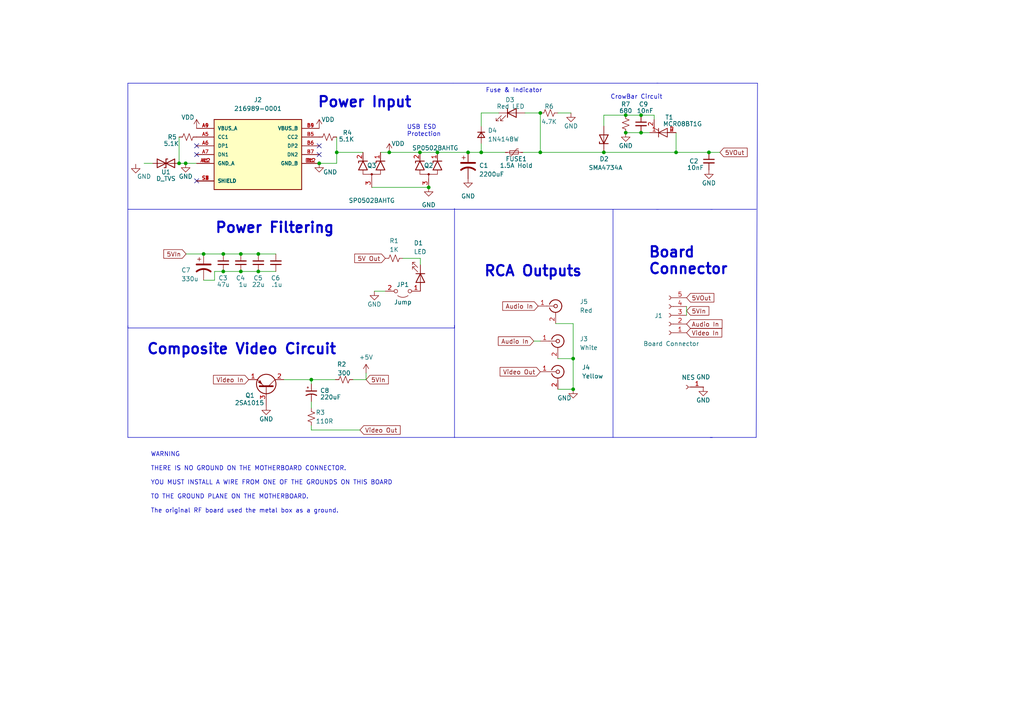
<source format=kicad_sch>
(kicad_sch (version 20230121) (generator eeschema)

  (uuid eaef1172-3351-417c-bfc4-74a598f141cb)

  (paper "A4")

  (title_block
    (title "NES Power Board Classic Edition with Composite Output")
    (date "2022-07-13")
    (rev "1.6")
    (company "ShawTech LLC")
    (comment 1 "GeekIsland Gaming")
    (comment 2 "Project Gotham")
    (comment 3 "Long Island Retro Gaming")
  )

  (lib_symbols
    (symbol "Connector:Conn_01x01_Socket" (pin_names (offset 1.016) hide) (in_bom yes) (on_board yes)
      (property "Reference" "J" (at 0 2.54 0)
        (effects (font (size 1.27 1.27)))
      )
      (property "Value" "Conn_01x01_Socket" (at 0 -2.54 0)
        (effects (font (size 1.27 1.27)))
      )
      (property "Footprint" "" (at 0 0 0)
        (effects (font (size 1.27 1.27)) hide)
      )
      (property "Datasheet" "~" (at 0 0 0)
        (effects (font (size 1.27 1.27)) hide)
      )
      (property "ki_locked" "" (at 0 0 0)
        (effects (font (size 1.27 1.27)))
      )
      (property "ki_keywords" "connector" (at 0 0 0)
        (effects (font (size 1.27 1.27)) hide)
      )
      (property "ki_description" "Generic connector, single row, 01x01, script generated" (at 0 0 0)
        (effects (font (size 1.27 1.27)) hide)
      )
      (property "ki_fp_filters" "Connector*:*_1x??_*" (at 0 0 0)
        (effects (font (size 1.27 1.27)) hide)
      )
      (symbol "Conn_01x01_Socket_1_1"
        (polyline
          (pts
            (xy -1.27 0)
            (xy -0.508 0)
          )
          (stroke (width 0.1524) (type default))
          (fill (type none))
        )
        (arc (start 0 0.508) (mid -0.5058 0) (end 0 -0.508)
          (stroke (width 0.1524) (type default))
          (fill (type none))
        )
        (pin passive line (at -5.08 0 0) (length 3.81)
          (name "Pin_1" (effects (font (size 1.27 1.27))))
          (number "1" (effects (font (size 1.27 1.27))))
        )
      )
    )
    (symbol "Connector:Conn_01x05_Female" (pin_names (offset 1.016) hide) (in_bom yes) (on_board yes)
      (property "Reference" "J" (at 0 7.62 0)
        (effects (font (size 1.27 1.27)))
      )
      (property "Value" "Conn_01x05_Female" (at 0 -7.62 0)
        (effects (font (size 1.27 1.27)))
      )
      (property "Footprint" "" (at 0 0 0)
        (effects (font (size 1.27 1.27)) hide)
      )
      (property "Datasheet" "~" (at 0 0 0)
        (effects (font (size 1.27 1.27)) hide)
      )
      (property "ki_keywords" "connector" (at 0 0 0)
        (effects (font (size 1.27 1.27)) hide)
      )
      (property "ki_description" "Generic connector, single row, 01x05, script generated (kicad-library-utils/schlib/autogen/connector/)" (at 0 0 0)
        (effects (font (size 1.27 1.27)) hide)
      )
      (property "ki_fp_filters" "Connector*:*_1x??_*" (at 0 0 0)
        (effects (font (size 1.27 1.27)) hide)
      )
      (symbol "Conn_01x05_Female_1_1"
        (arc (start 0 -4.572) (mid -0.5058 -5.08) (end 0 -5.588)
          (stroke (width 0.1524) (type default))
          (fill (type none))
        )
        (arc (start 0 -2.032) (mid -0.5058 -2.54) (end 0 -3.048)
          (stroke (width 0.1524) (type default))
          (fill (type none))
        )
        (polyline
          (pts
            (xy -1.27 -5.08)
            (xy -0.508 -5.08)
          )
          (stroke (width 0.1524) (type default))
          (fill (type none))
        )
        (polyline
          (pts
            (xy -1.27 -2.54)
            (xy -0.508 -2.54)
          )
          (stroke (width 0.1524) (type default))
          (fill (type none))
        )
        (polyline
          (pts
            (xy -1.27 0)
            (xy -0.508 0)
          )
          (stroke (width 0.1524) (type default))
          (fill (type none))
        )
        (polyline
          (pts
            (xy -1.27 2.54)
            (xy -0.508 2.54)
          )
          (stroke (width 0.1524) (type default))
          (fill (type none))
        )
        (polyline
          (pts
            (xy -1.27 5.08)
            (xy -0.508 5.08)
          )
          (stroke (width 0.1524) (type default))
          (fill (type none))
        )
        (arc (start 0 0.508) (mid -0.5058 0) (end 0 -0.508)
          (stroke (width 0.1524) (type default))
          (fill (type none))
        )
        (arc (start 0 3.048) (mid -0.5058 2.54) (end 0 2.032)
          (stroke (width 0.1524) (type default))
          (fill (type none))
        )
        (arc (start 0 5.588) (mid -0.5058 5.08) (end 0 4.572)
          (stroke (width 0.1524) (type default))
          (fill (type none))
        )
        (pin passive line (at -5.08 5.08 0) (length 3.81)
          (name "Pin_1" (effects (font (size 1.27 1.27))))
          (number "1" (effects (font (size 1.27 1.27))))
        )
        (pin passive line (at -5.08 2.54 0) (length 3.81)
          (name "Pin_2" (effects (font (size 1.27 1.27))))
          (number "2" (effects (font (size 1.27 1.27))))
        )
        (pin passive line (at -5.08 0 0) (length 3.81)
          (name "Pin_3" (effects (font (size 1.27 1.27))))
          (number "3" (effects (font (size 1.27 1.27))))
        )
        (pin passive line (at -5.08 -2.54 0) (length 3.81)
          (name "Pin_4" (effects (font (size 1.27 1.27))))
          (number "4" (effects (font (size 1.27 1.27))))
        )
        (pin passive line (at -5.08 -5.08 0) (length 3.81)
          (name "Pin_5" (effects (font (size 1.27 1.27))))
          (number "5" (effects (font (size 1.27 1.27))))
        )
      )
    )
    (symbol "Connector:Conn_Coaxial" (pin_names (offset 1.016) hide) (in_bom yes) (on_board yes)
      (property "Reference" "J" (at 0.254 3.048 0)
        (effects (font (size 1.27 1.27)))
      )
      (property "Value" "Conn_Coaxial" (at 2.921 0 90)
        (effects (font (size 1.27 1.27)))
      )
      (property "Footprint" "" (at 0 0 0)
        (effects (font (size 1.27 1.27)) hide)
      )
      (property "Datasheet" " ~" (at 0 0 0)
        (effects (font (size 1.27 1.27)) hide)
      )
      (property "ki_keywords" "BNC SMA SMB SMC LEMO coaxial connector CINCH RCA MCX MMCX U.FL UMRF" (at 0 0 0)
        (effects (font (size 1.27 1.27)) hide)
      )
      (property "ki_description" "coaxial connector (BNC, SMA, SMB, SMC, Cinch/RCA, LEMO, ...)" (at 0 0 0)
        (effects (font (size 1.27 1.27)) hide)
      )
      (property "ki_fp_filters" "*BNC* *SMA* *SMB* *SMC* *Cinch* *LEMO* *UMRF* *MCX* *U.FL*" (at 0 0 0)
        (effects (font (size 1.27 1.27)) hide)
      )
      (symbol "Conn_Coaxial_0_1"
        (arc (start -1.778 -0.508) (mid 0.2311 -1.8066) (end 1.778 0)
          (stroke (width 0.254) (type default))
          (fill (type none))
        )
        (polyline
          (pts
            (xy -2.54 0)
            (xy -0.508 0)
          )
          (stroke (width 0) (type default))
          (fill (type none))
        )
        (polyline
          (pts
            (xy 0 -2.54)
            (xy 0 -1.778)
          )
          (stroke (width 0) (type default))
          (fill (type none))
        )
        (circle (center 0 0) (radius 0.508)
          (stroke (width 0.2032) (type default))
          (fill (type none))
        )
        (arc (start 1.778 0) (mid 0.2099 1.8101) (end -1.778 0.508)
          (stroke (width 0.254) (type default))
          (fill (type none))
        )
      )
      (symbol "Conn_Coaxial_1_1"
        (pin passive line (at -5.08 0 0) (length 2.54)
          (name "In" (effects (font (size 1.27 1.27))))
          (number "1" (effects (font (size 1.27 1.27))))
        )
        (pin passive line (at 0 -5.08 90) (length 2.54)
          (name "Ext" (effects (font (size 1.27 1.27))))
          (number "2" (effects (font (size 1.27 1.27))))
        )
      )
    )
    (symbol "Device:C_Polarized_Small_US" (pin_numbers hide) (pin_names (offset 0.254) hide) (in_bom yes) (on_board yes)
      (property "Reference" "C" (at 0.254 1.778 0)
        (effects (font (size 1.27 1.27)) (justify left))
      )
      (property "Value" "C_Polarized_Small_US" (at 0.254 -2.032 0)
        (effects (font (size 1.27 1.27)) (justify left))
      )
      (property "Footprint" "" (at 0 0 0)
        (effects (font (size 1.27 1.27)) hide)
      )
      (property "Datasheet" "~" (at 0 0 0)
        (effects (font (size 1.27 1.27)) hide)
      )
      (property "ki_keywords" "cap capacitor" (at 0 0 0)
        (effects (font (size 1.27 1.27)) hide)
      )
      (property "ki_description" "Polarized capacitor, small US symbol" (at 0 0 0)
        (effects (font (size 1.27 1.27)) hide)
      )
      (property "ki_fp_filters" "CP_*" (at 0 0 0)
        (effects (font (size 1.27 1.27)) hide)
      )
      (symbol "C_Polarized_Small_US_0_1"
        (polyline
          (pts
            (xy -1.524 0.508)
            (xy 1.524 0.508)
          )
          (stroke (width 0.3048) (type default))
          (fill (type none))
        )
        (polyline
          (pts
            (xy -1.27 1.524)
            (xy -0.762 1.524)
          )
          (stroke (width 0) (type default))
          (fill (type none))
        )
        (polyline
          (pts
            (xy -1.016 1.27)
            (xy -1.016 1.778)
          )
          (stroke (width 0) (type default))
          (fill (type none))
        )
        (arc (start 1.524 -0.762) (mid 0 -0.3734) (end -1.524 -0.762)
          (stroke (width 0.3048) (type default))
          (fill (type none))
        )
      )
      (symbol "C_Polarized_Small_US_1_1"
        (pin passive line (at 0 2.54 270) (length 2.032)
          (name "~" (effects (font (size 1.27 1.27))))
          (number "1" (effects (font (size 1.27 1.27))))
        )
        (pin passive line (at 0 -2.54 90) (length 2.032)
          (name "~" (effects (font (size 1.27 1.27))))
          (number "2" (effects (font (size 1.27 1.27))))
        )
      )
    )
    (symbol "Device:C_Polarized_US" (pin_numbers hide) (pin_names (offset 0.254) hide) (in_bom yes) (on_board yes)
      (property "Reference" "C" (at 0.635 2.54 0)
        (effects (font (size 1.27 1.27)) (justify left))
      )
      (property "Value" "C_Polarized_US" (at 0.635 -2.54 0)
        (effects (font (size 1.27 1.27)) (justify left))
      )
      (property "Footprint" "" (at 0 0 0)
        (effects (font (size 1.27 1.27)) hide)
      )
      (property "Datasheet" "~" (at 0 0 0)
        (effects (font (size 1.27 1.27)) hide)
      )
      (property "ki_keywords" "cap capacitor" (at 0 0 0)
        (effects (font (size 1.27 1.27)) hide)
      )
      (property "ki_description" "Polarized capacitor, US symbol" (at 0 0 0)
        (effects (font (size 1.27 1.27)) hide)
      )
      (property "ki_fp_filters" "CP_*" (at 0 0 0)
        (effects (font (size 1.27 1.27)) hide)
      )
      (symbol "C_Polarized_US_0_1"
        (polyline
          (pts
            (xy -2.032 0.762)
            (xy 2.032 0.762)
          )
          (stroke (width 0.508) (type default))
          (fill (type none))
        )
        (polyline
          (pts
            (xy -1.778 2.286)
            (xy -0.762 2.286)
          )
          (stroke (width 0) (type default))
          (fill (type none))
        )
        (polyline
          (pts
            (xy -1.27 1.778)
            (xy -1.27 2.794)
          )
          (stroke (width 0) (type default))
          (fill (type none))
        )
        (arc (start 2.032 -1.27) (mid 0 -0.5572) (end -2.032 -1.27)
          (stroke (width 0.508) (type default))
          (fill (type none))
        )
      )
      (symbol "C_Polarized_US_1_1"
        (pin passive line (at 0 3.81 270) (length 2.794)
          (name "~" (effects (font (size 1.27 1.27))))
          (number "1" (effects (font (size 1.27 1.27))))
        )
        (pin passive line (at 0 -3.81 90) (length 3.302)
          (name "~" (effects (font (size 1.27 1.27))))
          (number "2" (effects (font (size 1.27 1.27))))
        )
      )
    )
    (symbol "Device:C_Small" (pin_numbers hide) (pin_names (offset 0.254) hide) (in_bom yes) (on_board yes)
      (property "Reference" "C" (at 0.254 1.778 0)
        (effects (font (size 1.27 1.27)) (justify left))
      )
      (property "Value" "C_Small" (at 0.254 -2.032 0)
        (effects (font (size 1.27 1.27)) (justify left))
      )
      (property "Footprint" "" (at 0 0 0)
        (effects (font (size 1.27 1.27)) hide)
      )
      (property "Datasheet" "~" (at 0 0 0)
        (effects (font (size 1.27 1.27)) hide)
      )
      (property "ki_keywords" "capacitor cap" (at 0 0 0)
        (effects (font (size 1.27 1.27)) hide)
      )
      (property "ki_description" "Unpolarized capacitor, small symbol" (at 0 0 0)
        (effects (font (size 1.27 1.27)) hide)
      )
      (property "ki_fp_filters" "C_*" (at 0 0 0)
        (effects (font (size 1.27 1.27)) hide)
      )
      (symbol "C_Small_0_1"
        (polyline
          (pts
            (xy -1.524 -0.508)
            (xy 1.524 -0.508)
          )
          (stroke (width 0.3302) (type default))
          (fill (type none))
        )
        (polyline
          (pts
            (xy -1.524 0.508)
            (xy 1.524 0.508)
          )
          (stroke (width 0.3048) (type default))
          (fill (type none))
        )
      )
      (symbol "C_Small_1_1"
        (pin passive line (at 0 2.54 270) (length 2.032)
          (name "~" (effects (font (size 1.27 1.27))))
          (number "1" (effects (font (size 1.27 1.27))))
        )
        (pin passive line (at 0 -2.54 90) (length 2.032)
          (name "~" (effects (font (size 1.27 1.27))))
          (number "2" (effects (font (size 1.27 1.27))))
        )
      )
    )
    (symbol "Device:D_Small" (pin_numbers hide) (pin_names (offset 0.254) hide) (in_bom yes) (on_board yes)
      (property "Reference" "D" (at -1.27 2.032 0)
        (effects (font (size 1.27 1.27)) (justify left))
      )
      (property "Value" "D_Small" (at -3.81 -2.032 0)
        (effects (font (size 1.27 1.27)) (justify left))
      )
      (property "Footprint" "" (at 0 0 90)
        (effects (font (size 1.27 1.27)) hide)
      )
      (property "Datasheet" "~" (at 0 0 90)
        (effects (font (size 1.27 1.27)) hide)
      )
      (property "Sim.Device" "D" (at 0 0 0)
        (effects (font (size 1.27 1.27)) hide)
      )
      (property "Sim.Pins" "1=K 2=A" (at 0 0 0)
        (effects (font (size 1.27 1.27)) hide)
      )
      (property "ki_keywords" "diode" (at 0 0 0)
        (effects (font (size 1.27 1.27)) hide)
      )
      (property "ki_description" "Diode, small symbol" (at 0 0 0)
        (effects (font (size 1.27 1.27)) hide)
      )
      (property "ki_fp_filters" "TO-???* *_Diode_* *SingleDiode* D_*" (at 0 0 0)
        (effects (font (size 1.27 1.27)) hide)
      )
      (symbol "D_Small_0_1"
        (polyline
          (pts
            (xy -0.762 -1.016)
            (xy -0.762 1.016)
          )
          (stroke (width 0.254) (type default))
          (fill (type none))
        )
        (polyline
          (pts
            (xy -0.762 0)
            (xy 0.762 0)
          )
          (stroke (width 0) (type default))
          (fill (type none))
        )
        (polyline
          (pts
            (xy 0.762 -1.016)
            (xy -0.762 0)
            (xy 0.762 1.016)
            (xy 0.762 -1.016)
          )
          (stroke (width 0.254) (type default))
          (fill (type none))
        )
      )
      (symbol "D_Small_1_1"
        (pin passive line (at -2.54 0 0) (length 1.778)
          (name "K" (effects (font (size 1.27 1.27))))
          (number "1" (effects (font (size 1.27 1.27))))
        )
        (pin passive line (at 2.54 0 180) (length 1.778)
          (name "A" (effects (font (size 1.27 1.27))))
          (number "2" (effects (font (size 1.27 1.27))))
        )
      )
    )
    (symbol "Device:D_TVS" (pin_numbers hide) (pin_names (offset 1.016) hide) (in_bom yes) (on_board yes)
      (property "Reference" "D" (at 0 2.54 0)
        (effects (font (size 1.27 1.27)))
      )
      (property "Value" "D_TVS" (at 0 -2.54 0)
        (effects (font (size 1.27 1.27)))
      )
      (property "Footprint" "" (at 0 0 0)
        (effects (font (size 1.27 1.27)) hide)
      )
      (property "Datasheet" "~" (at 0 0 0)
        (effects (font (size 1.27 1.27)) hide)
      )
      (property "ki_keywords" "diode TVS thyrector" (at 0 0 0)
        (effects (font (size 1.27 1.27)) hide)
      )
      (property "ki_description" "Bidirectional transient-voltage-suppression diode" (at 0 0 0)
        (effects (font (size 1.27 1.27)) hide)
      )
      (property "ki_fp_filters" "TO-???* *_Diode_* *SingleDiode* D_*" (at 0 0 0)
        (effects (font (size 1.27 1.27)) hide)
      )
      (symbol "D_TVS_0_1"
        (polyline
          (pts
            (xy 1.27 0)
            (xy -1.27 0)
          )
          (stroke (width 0) (type default))
          (fill (type none))
        )
        (polyline
          (pts
            (xy 0.508 1.27)
            (xy 0 1.27)
            (xy 0 -1.27)
            (xy -0.508 -1.27)
          )
          (stroke (width 0.254) (type default))
          (fill (type none))
        )
        (polyline
          (pts
            (xy -2.54 1.27)
            (xy -2.54 -1.27)
            (xy 2.54 1.27)
            (xy 2.54 -1.27)
            (xy -2.54 1.27)
          )
          (stroke (width 0.254) (type default))
          (fill (type none))
        )
      )
      (symbol "D_TVS_1_1"
        (pin passive line (at -3.81 0 0) (length 2.54)
          (name "A1" (effects (font (size 1.27 1.27))))
          (number "1" (effects (font (size 1.27 1.27))))
        )
        (pin passive line (at 3.81 0 180) (length 2.54)
          (name "A2" (effects (font (size 1.27 1.27))))
          (number "2" (effects (font (size 1.27 1.27))))
        )
      )
    )
    (symbol "Device:D_Zener" (pin_numbers hide) (pin_names (offset 1.016) hide) (in_bom yes) (on_board yes)
      (property "Reference" "D" (at 0 2.54 0)
        (effects (font (size 1.27 1.27)))
      )
      (property "Value" "D_Zener" (at 0 -2.54 0)
        (effects (font (size 1.27 1.27)))
      )
      (property "Footprint" "" (at 0 0 0)
        (effects (font (size 1.27 1.27)) hide)
      )
      (property "Datasheet" "~" (at 0 0 0)
        (effects (font (size 1.27 1.27)) hide)
      )
      (property "ki_keywords" "diode" (at 0 0 0)
        (effects (font (size 1.27 1.27)) hide)
      )
      (property "ki_description" "Zener diode" (at 0 0 0)
        (effects (font (size 1.27 1.27)) hide)
      )
      (property "ki_fp_filters" "TO-???* *_Diode_* *SingleDiode* D_*" (at 0 0 0)
        (effects (font (size 1.27 1.27)) hide)
      )
      (symbol "D_Zener_0_1"
        (polyline
          (pts
            (xy 1.27 0)
            (xy -1.27 0)
          )
          (stroke (width 0) (type default))
          (fill (type none))
        )
        (polyline
          (pts
            (xy -1.27 -1.27)
            (xy -1.27 1.27)
            (xy -0.762 1.27)
          )
          (stroke (width 0.254) (type default))
          (fill (type none))
        )
        (polyline
          (pts
            (xy 1.27 -1.27)
            (xy 1.27 1.27)
            (xy -1.27 0)
            (xy 1.27 -1.27)
          )
          (stroke (width 0.254) (type default))
          (fill (type none))
        )
      )
      (symbol "D_Zener_1_1"
        (pin passive line (at -3.81 0 0) (length 2.54)
          (name "K" (effects (font (size 1.27 1.27))))
          (number "1" (effects (font (size 1.27 1.27))))
        )
        (pin passive line (at 3.81 0 180) (length 2.54)
          (name "A" (effects (font (size 1.27 1.27))))
          (number "2" (effects (font (size 1.27 1.27))))
        )
      )
    )
    (symbol "Device:LED" (pin_numbers hide) (pin_names (offset 1.016) hide) (in_bom yes) (on_board yes)
      (property "Reference" "D" (at 0 2.54 0)
        (effects (font (size 1.27 1.27)))
      )
      (property "Value" "LED" (at 0 -2.54 0)
        (effects (font (size 1.27 1.27)))
      )
      (property "Footprint" "" (at 0 0 0)
        (effects (font (size 1.27 1.27)) hide)
      )
      (property "Datasheet" "~" (at 0 0 0)
        (effects (font (size 1.27 1.27)) hide)
      )
      (property "ki_keywords" "LED diode" (at 0 0 0)
        (effects (font (size 1.27 1.27)) hide)
      )
      (property "ki_description" "Light emitting diode" (at 0 0 0)
        (effects (font (size 1.27 1.27)) hide)
      )
      (property "ki_fp_filters" "LED* LED_SMD:* LED_THT:*" (at 0 0 0)
        (effects (font (size 1.27 1.27)) hide)
      )
      (symbol "LED_0_1"
        (polyline
          (pts
            (xy -1.27 -1.27)
            (xy -1.27 1.27)
          )
          (stroke (width 0.254) (type default))
          (fill (type none))
        )
        (polyline
          (pts
            (xy -1.27 0)
            (xy 1.27 0)
          )
          (stroke (width 0) (type default))
          (fill (type none))
        )
        (polyline
          (pts
            (xy 1.27 -1.27)
            (xy 1.27 1.27)
            (xy -1.27 0)
            (xy 1.27 -1.27)
          )
          (stroke (width 0.254) (type default))
          (fill (type none))
        )
        (polyline
          (pts
            (xy -3.048 -0.762)
            (xy -4.572 -2.286)
            (xy -3.81 -2.286)
            (xy -4.572 -2.286)
            (xy -4.572 -1.524)
          )
          (stroke (width 0) (type default))
          (fill (type none))
        )
        (polyline
          (pts
            (xy -1.778 -0.762)
            (xy -3.302 -2.286)
            (xy -2.54 -2.286)
            (xy -3.302 -2.286)
            (xy -3.302 -1.524)
          )
          (stroke (width 0) (type default))
          (fill (type none))
        )
      )
      (symbol "LED_1_1"
        (pin passive line (at -3.81 0 0) (length 2.54)
          (name "K" (effects (font (size 1.27 1.27))))
          (number "1" (effects (font (size 1.27 1.27))))
        )
        (pin passive line (at 3.81 0 180) (length 2.54)
          (name "A" (effects (font (size 1.27 1.27))))
          (number "2" (effects (font (size 1.27 1.27))))
        )
      )
    )
    (symbol "Device:Polyfuse_Small" (pin_numbers hide) (pin_names (offset 0)) (in_bom yes) (on_board yes)
      (property "Reference" "F" (at -1.905 0 90)
        (effects (font (size 1.27 1.27)))
      )
      (property "Value" "Polyfuse_Small" (at 1.905 0 90)
        (effects (font (size 1.27 1.27)))
      )
      (property "Footprint" "" (at 1.27 -5.08 0)
        (effects (font (size 1.27 1.27)) (justify left) hide)
      )
      (property "Datasheet" "~" (at 0 0 0)
        (effects (font (size 1.27 1.27)) hide)
      )
      (property "ki_keywords" "resettable fuse PTC PPTC polyfuse polyswitch" (at 0 0 0)
        (effects (font (size 1.27 1.27)) hide)
      )
      (property "ki_description" "Resettable fuse, polymeric positive temperature coefficient, small symbol" (at 0 0 0)
        (effects (font (size 1.27 1.27)) hide)
      )
      (property "ki_fp_filters" "*polyfuse* *PTC*" (at 0 0 0)
        (effects (font (size 1.27 1.27)) hide)
      )
      (symbol "Polyfuse_Small_0_1"
        (rectangle (start -0.508 1.27) (end 0.508 -1.27)
          (stroke (width 0) (type default))
          (fill (type none))
        )
        (polyline
          (pts
            (xy 0 2.54)
            (xy 0 -2.54)
          )
          (stroke (width 0) (type default))
          (fill (type none))
        )
        (polyline
          (pts
            (xy -1.016 1.27)
            (xy -1.016 0.762)
            (xy 1.016 -0.762)
            (xy 1.016 -1.27)
          )
          (stroke (width 0) (type default))
          (fill (type none))
        )
      )
      (symbol "Polyfuse_Small_1_1"
        (pin passive line (at 0 2.54 270) (length 0.635)
          (name "~" (effects (font (size 1.27 1.27))))
          (number "1" (effects (font (size 1.27 1.27))))
        )
        (pin passive line (at 0 -2.54 90) (length 0.635)
          (name "~" (effects (font (size 1.27 1.27))))
          (number "2" (effects (font (size 1.27 1.27))))
        )
      )
    )
    (symbol "Device:R_Small_US" (pin_numbers hide) (pin_names (offset 0.254) hide) (in_bom yes) (on_board yes)
      (property "Reference" "R" (at 0.762 0.508 0)
        (effects (font (size 1.27 1.27)) (justify left))
      )
      (property "Value" "R_Small_US" (at 0.762 -1.016 0)
        (effects (font (size 1.27 1.27)) (justify left))
      )
      (property "Footprint" "" (at 0 0 0)
        (effects (font (size 1.27 1.27)) hide)
      )
      (property "Datasheet" "~" (at 0 0 0)
        (effects (font (size 1.27 1.27)) hide)
      )
      (property "ki_keywords" "r resistor" (at 0 0 0)
        (effects (font (size 1.27 1.27)) hide)
      )
      (property "ki_description" "Resistor, small US symbol" (at 0 0 0)
        (effects (font (size 1.27 1.27)) hide)
      )
      (property "ki_fp_filters" "R_*" (at 0 0 0)
        (effects (font (size 1.27 1.27)) hide)
      )
      (symbol "R_Small_US_1_1"
        (polyline
          (pts
            (xy 0 0)
            (xy 1.016 -0.381)
            (xy 0 -0.762)
            (xy -1.016 -1.143)
            (xy 0 -1.524)
          )
          (stroke (width 0) (type default))
          (fill (type none))
        )
        (polyline
          (pts
            (xy 0 1.524)
            (xy 1.016 1.143)
            (xy 0 0.762)
            (xy -1.016 0.381)
            (xy 0 0)
          )
          (stroke (width 0) (type default))
          (fill (type none))
        )
        (pin passive line (at 0 2.54 270) (length 1.016)
          (name "~" (effects (font (size 1.27 1.27))))
          (number "1" (effects (font (size 1.27 1.27))))
        )
        (pin passive line (at 0 -2.54 90) (length 1.016)
          (name "~" (effects (font (size 1.27 1.27))))
          (number "2" (effects (font (size 1.27 1.27))))
        )
      )
    )
    (symbol "GND_1" (power) (pin_names (offset 0)) (in_bom yes) (on_board yes)
      (property "Reference" "#PWR" (at 0 -6.35 0)
        (effects (font (size 1.27 1.27)) hide)
      )
      (property "Value" "GND_1" (at 0 -3.81 0)
        (effects (font (size 1.27 1.27)))
      )
      (property "Footprint" "" (at 0 0 0)
        (effects (font (size 1.27 1.27)) hide)
      )
      (property "Datasheet" "" (at 0 0 0)
        (effects (font (size 1.27 1.27)) hide)
      )
      (property "ki_keywords" "global power" (at 0 0 0)
        (effects (font (size 1.27 1.27)) hide)
      )
      (property "ki_description" "Power symbol creates a global label with name \"GND\" , ground" (at 0 0 0)
        (effects (font (size 1.27 1.27)) hide)
      )
      (symbol "GND_1_0_1"
        (polyline
          (pts
            (xy 0 0)
            (xy 0 -1.27)
            (xy 1.27 -1.27)
            (xy 0 -2.54)
            (xy -1.27 -1.27)
            (xy 0 -1.27)
          )
          (stroke (width 0) (type default))
          (fill (type none))
        )
      )
      (symbol "GND_1_1_1"
        (pin power_in line (at 0 0 270) (length 0) hide
          (name "GND" (effects (font (size 1.27 1.27))))
          (number "1" (effects (font (size 1.27 1.27))))
        )
      )
    )
    (symbol "Jumper:Jumper_2_Open" (pin_names (offset 0) hide) (in_bom yes) (on_board yes)
      (property "Reference" "JP" (at 0 2.794 0)
        (effects (font (size 1.27 1.27)))
      )
      (property "Value" "Jumper_2_Open" (at 0 -2.286 0)
        (effects (font (size 1.27 1.27)))
      )
      (property "Footprint" "" (at 0 0 0)
        (effects (font (size 1.27 1.27)) hide)
      )
      (property "Datasheet" "~" (at 0 0 0)
        (effects (font (size 1.27 1.27)) hide)
      )
      (property "ki_keywords" "Jumper SPST" (at 0 0 0)
        (effects (font (size 1.27 1.27)) hide)
      )
      (property "ki_description" "Jumper, 2-pole, open" (at 0 0 0)
        (effects (font (size 1.27 1.27)) hide)
      )
      (property "ki_fp_filters" "Jumper* TestPoint*2Pads* TestPoint*Bridge*" (at 0 0 0)
        (effects (font (size 1.27 1.27)) hide)
      )
      (symbol "Jumper_2_Open_0_0"
        (circle (center -2.032 0) (radius 0.508)
          (stroke (width 0) (type default))
          (fill (type none))
        )
        (circle (center 2.032 0) (radius 0.508)
          (stroke (width 0) (type default))
          (fill (type none))
        )
      )
      (symbol "Jumper_2_Open_0_1"
        (arc (start 1.524 1.27) (mid 0 1.778) (end -1.524 1.27)
          (stroke (width 0) (type default))
          (fill (type none))
        )
      )
      (symbol "Jumper_2_Open_1_1"
        (pin passive line (at -5.08 0 0) (length 2.54)
          (name "A" (effects (font (size 1.27 1.27))))
          (number "1" (effects (font (size 1.27 1.27))))
        )
        (pin passive line (at 5.08 0 180) (length 2.54)
          (name "B" (effects (font (size 1.27 1.27))))
          (number "2" (effects (font (size 1.27 1.27))))
        )
      )
    )
    (symbol "Power_Protection:RCLAMP0502B" (pin_names hide) (in_bom yes) (on_board yes)
      (property "Reference" "D" (at 0 5.08 0)
        (effects (font (size 1.27 1.27)))
      )
      (property "Value" "RCLAMP0502B" (at 0 -5.08 0)
        (effects (font (size 1.27 1.27)))
      )
      (property "Footprint" "Package_TO_SOT_SMD:SOT-416" (at 0 -7.62 0)
        (effects (font (size 1.27 1.27)) hide)
      )
      (property "Datasheet" "https://www.semtech.com/products/circuit-protection/low-capacitance/rclamp0502b" (at 1.27 2.54 0)
        (effects (font (size 1.27 1.27)) hide)
      )
      (property "ki_keywords" "tvs unidirectional" (at 0 0 0)
        (effects (font (size 1.27 1.27)) hide)
      )
      (property "ki_description" "Low capacitance unidirectional dual ESD protection diode, SC-75" (at 0 0 0)
        (effects (font (size 1.27 1.27)) hide)
      )
      (property "ki_fp_filters" "SOT?416*" (at 0 0 0)
        (effects (font (size 1.27 1.27)) hide)
      )
      (symbol "RCLAMP0502B_0_1"
        (polyline
          (pts
            (xy -2.54 0)
            (xy -1.27 0)
          )
          (stroke (width 0) (type default))
          (fill (type none))
        )
        (polyline
          (pts
            (xy -1.27 2.54)
            (xy -1.27 -2.54)
          )
          (stroke (width 0) (type default))
          (fill (type none))
        )
        (polyline
          (pts
            (xy 0 2.54)
            (xy -1.27 2.54)
          )
          (stroke (width 0.1524) (type default))
          (fill (type none))
        )
        (polyline
          (pts
            (xy 2.54 3.81)
            (xy 2.54 1.27)
            (xy 2.032 1.27)
          )
          (stroke (width 0.254) (type default))
          (fill (type none))
        )
        (polyline
          (pts
            (xy 0 1.27)
            (xy 0 3.81)
            (xy 2.54 2.54)
            (xy 0 1.27)
          )
          (stroke (width 0.254) (type default))
          (fill (type none))
        )
        (pin passive line (at -5.08 0 0) (length 2.54)
          (name "A" (effects (font (size 1.27 1.27))))
          (number "3" (effects (font (size 1.27 1.27))))
        )
      )
      (symbol "RCLAMP0502B_1_1"
        (circle (center -1.27 0) (radius 0.254)
          (stroke (width 0) (type default))
          (fill (type outline))
        )
        (polyline
          (pts
            (xy 0 -2.54)
            (xy -1.27 -2.54)
          )
          (stroke (width 0.1524) (type default))
          (fill (type none))
        )
        (polyline
          (pts
            (xy 2.54 -1.27)
            (xy 2.54 -3.81)
            (xy 2.032 -3.81)
          )
          (stroke (width 0.254) (type default))
          (fill (type none))
        )
        (polyline
          (pts
            (xy 0 -3.81)
            (xy 0 -1.27)
            (xy 2.54 -2.54)
            (xy 0 -3.81)
          )
          (stroke (width 0.254) (type default))
          (fill (type none))
        )
        (pin passive line (at 5.08 2.54 180) (length 2.54)
          (name "K1" (effects (font (size 1.27 1.27))))
          (number "1" (effects (font (size 1.27 1.27))))
        )
        (pin passive line (at 5.08 -2.54 180) (length 2.54)
          (name "K2" (effects (font (size 1.27 1.27))))
          (number "2" (effects (font (size 1.27 1.27))))
        )
      )
    )
    (symbol "Transistor_BJT:2SA1015" (pin_names (offset 0) hide) (in_bom yes) (on_board yes)
      (property "Reference" "Q" (at 5.08 1.905 0)
        (effects (font (size 1.27 1.27)) (justify left))
      )
      (property "Value" "2SA1015" (at 5.08 0 0)
        (effects (font (size 1.27 1.27)) (justify left))
      )
      (property "Footprint" "Package_TO_SOT_THT:TO-92_Inline" (at 5.08 -1.905 0)
        (effects (font (size 1.27 1.27) italic) (justify left) hide)
      )
      (property "Datasheet" "http://www.datasheetcatalog.org/datasheet/toshiba/905.pdf" (at 0 0 0)
        (effects (font (size 1.27 1.27)) (justify left) hide)
      )
      (property "ki_keywords" "Low Noise Audio PNP Transistor" (at 0 0 0)
        (effects (font (size 1.27 1.27)) hide)
      )
      (property "ki_description" "-0.15A Ic, -50V Vce, Low Noise Audio PNP Transistor, TO-92" (at 0 0 0)
        (effects (font (size 1.27 1.27)) hide)
      )
      (property "ki_fp_filters" "TO?92*" (at 0 0 0)
        (effects (font (size 1.27 1.27)) hide)
      )
      (symbol "2SA1015_0_1"
        (polyline
          (pts
            (xy 0 0)
            (xy 0.635 0)
          )
          (stroke (width 0) (type default))
          (fill (type none))
        )
        (polyline
          (pts
            (xy 2.54 -2.54)
            (xy 0.635 -0.635)
          )
          (stroke (width 0) (type default))
          (fill (type none))
        )
        (polyline
          (pts
            (xy 2.54 2.54)
            (xy 0.635 0.635)
          )
          (stroke (width 0) (type default))
          (fill (type none))
        )
        (polyline
          (pts
            (xy 0.635 1.905)
            (xy 0.635 -1.905)
            (xy 0.635 -1.905)
          )
          (stroke (width 0.508) (type default))
          (fill (type outline))
        )
        (polyline
          (pts
            (xy 1.778 -2.286)
            (xy 2.286 -1.778)
            (xy 1.27 -1.27)
            (xy 1.778 -2.286)
            (xy 1.778 -2.286)
          )
          (stroke (width 0) (type default))
          (fill (type outline))
        )
        (circle (center 1.27 0) (radius 2.8194)
          (stroke (width 0.254) (type default))
          (fill (type none))
        )
      )
      (symbol "2SA1015_1_1"
        (pin passive line (at 2.54 -5.08 90) (length 2.54)
          (name "E" (effects (font (size 1.27 1.27))))
          (number "1" (effects (font (size 1.27 1.27))))
        )
        (pin passive line (at 2.54 5.08 270) (length 2.54)
          (name "C" (effects (font (size 1.27 1.27))))
          (number "2" (effects (font (size 1.27 1.27))))
        )
        (pin input line (at -5.08 0 0) (length 5.08)
          (name "B" (effects (font (size 1.27 1.27))))
          (number "3" (effects (font (size 1.27 1.27))))
        )
      )
    )
    (symbol "Triac_Thyristor:BT169B" (pin_names (offset 0) hide) (in_bom yes) (on_board yes)
      (property "Reference" "Q4" (at 8.89 -1.905 0)
        (effects (font (size 1.27 1.27)) (justify left))
      )
      (property "Value" "BT169B" (at 8.89 0.635 0)
        (effects (font (size 1.27 1.27)) (justify left))
      )
      (property "Footprint" "Package_TO_SOT_THT:TO-92_Inline" (at 2.54 -1.905 0)
        (effects (font (size 1.27 1.27) italic) (justify left) hide)
      )
      (property "Datasheet" "https://media.digikey.com/pdf/Data%20Sheets/NXP%20PDFs/BT169_Series.pdf" (at 0 0 0)
        (effects (font (size 1.27 1.27)) (justify left) hide)
      )
      (property "ki_keywords" "thyristor logic level" (at 0 0 0)
        (effects (font (size 1.27 1.27)) hide)
      )
      (property "ki_description" "0.5A Ion, 200V Voff, Thyristors logic level, Silicon Controlled Rectifier (Thyristor), TO-92" (at 0 0 0)
        (effects (font (size 1.27 1.27)) hide)
      )
      (property "ki_fp_filters" "TO?92*Inline*Narrow*" (at 0 0 0)
        (effects (font (size 1.27 1.27)) hide)
      )
      (symbol "BT169B_0_1"
        (polyline
          (pts
            (xy -1.27 -2.54)
            (xy -0.635 -1.27)
          )
          (stroke (width 0) (type default))
          (fill (type none))
        )
        (polyline
          (pts
            (xy -1.27 -1.27)
            (xy 1.27 -1.27)
          )
          (stroke (width 0.2032) (type default))
          (fill (type none))
        )
        (polyline
          (pts
            (xy 0 -2.54)
            (xy 0 2.54)
          )
          (stroke (width 0) (type default))
          (fill (type none))
        )
        (polyline
          (pts
            (xy -1.27 1.27)
            (xy 1.27 1.27)
            (xy 0 -1.27)
            (xy -1.27 1.27)
          )
          (stroke (width 0.2032) (type default))
          (fill (type none))
        )
      )
      (symbol "BT169B_1_1"
        (pin passive line (at 0 -3.81 90) (length 2.54)
          (name "K" (effects (font (size 1.27 1.27))))
          (number "1" (effects (font (size 1.27 1.27))))
        )
        (pin input line (at -3.81 -2.54 0) (length 2.54)
          (name "3" (effects (font (size 1.27 1.27))))
          (number "2" (effects (font (size 1.27 1.27))))
        )
        (pin passive line (at 0 3.81 270) (length 2.54)
          (name "A" (effects (font (size 1.27 1.27))))
          (number "2" (effects (font (size 1.27 1.27))))
        )
        (pin passive line (at 0 3.81 270) (length 2.54)
          (name "A" (effects (font (size 1.27 1.27))))
          (number "4" (effects (font (size 1.27 1.27))))
        )
      )
    )
    (symbol "USB_C_Side:216989-0001" (pin_names (offset 1.016)) (in_bom yes) (on_board yes)
      (property "Reference" "J" (at -12.7 10.922 0)
        (effects (font (size 1.27 1.27)) (justify left bottom))
      )
      (property "Value" "216989-0001" (at -12.7 -10.922 0)
        (effects (font (size 1.27 1.27)) (justify left top))
      )
      (property "Footprint" "MOLEX_216989-0001" (at 0 0 0)
        (effects (font (size 1.27 1.27)) (justify bottom) hide)
      )
      (property "Datasheet" "" (at 0 0 0)
        (effects (font (size 1.27 1.27)) hide)
      )
      (property "PARTREV" "B" (at 0 0 0)
        (effects (font (size 1.27 1.27)) (justify bottom) hide)
      )
      (property "SNAPEDA_PN" "216989-0001" (at 0 0 0)
        (effects (font (size 1.27 1.27)) (justify bottom) hide)
      )
      (property "MAXIMUM_PACKAGE_HEIGHT" "8.94 mm" (at 0 0 0)
        (effects (font (size 1.27 1.27)) (justify bottom) hide)
      )
      (property "STANDARD" "Manufacturer Recommendations" (at 0 0 0)
        (effects (font (size 1.27 1.27)) (justify bottom) hide)
      )
      (property "MANUFACTURER" "Molex" (at 0 0 0)
        (effects (font (size 1.27 1.27)) (justify bottom) hide)
      )
      (symbol "216989-0001_0_0"
        (rectangle (start -12.7 -10.16) (end 12.7 10.16)
          (stroke (width 0.254) (type default))
          (fill (type background))
        )
        (pin power_in line (at -17.78 -2.54 0) (length 5.08)
          (name "GND_A" (effects (font (size 1.016 1.016))))
          (number "A1" (effects (font (size 1.016 1.016))))
        )
        (pin power_in line (at -17.78 -2.54 0) (length 5.08)
          (name "GND_A" (effects (font (size 1.016 1.016))))
          (number "A12" (effects (font (size 1.016 1.016))))
        )
        (pin power_in line (at -17.78 7.62 0) (length 5.08)
          (name "VBUS_A" (effects (font (size 1.016 1.016))))
          (number "A4" (effects (font (size 1.016 1.016))))
        )
        (pin bidirectional line (at -17.78 5.08 0) (length 5.08)
          (name "CC1" (effects (font (size 1.016 1.016))))
          (number "A5" (effects (font (size 1.016 1.016))))
        )
        (pin bidirectional line (at -17.78 2.54 0) (length 5.08)
          (name "DP1" (effects (font (size 1.016 1.016))))
          (number "A6" (effects (font (size 1.016 1.016))))
        )
        (pin bidirectional line (at -17.78 0 0) (length 5.08)
          (name "DN1" (effects (font (size 1.016 1.016))))
          (number "A7" (effects (font (size 1.016 1.016))))
        )
        (pin power_in line (at -17.78 7.62 0) (length 5.08)
          (name "VBUS_A" (effects (font (size 1.016 1.016))))
          (number "A9" (effects (font (size 1.016 1.016))))
        )
        (pin power_in line (at 17.78 -2.54 180) (length 5.08)
          (name "GND_B" (effects (font (size 1.016 1.016))))
          (number "B1" (effects (font (size 1.016 1.016))))
        )
        (pin power_in line (at 17.78 -2.54 180) (length 5.08)
          (name "GND_B" (effects (font (size 1.016 1.016))))
          (number "B12" (effects (font (size 1.016 1.016))))
        )
        (pin power_in line (at 17.78 7.62 180) (length 5.08)
          (name "VBUS_B" (effects (font (size 1.016 1.016))))
          (number "B4" (effects (font (size 1.016 1.016))))
        )
        (pin bidirectional line (at 17.78 5.08 180) (length 5.08)
          (name "CC2" (effects (font (size 1.016 1.016))))
          (number "B5" (effects (font (size 1.016 1.016))))
        )
        (pin bidirectional line (at 17.78 2.54 180) (length 5.08)
          (name "DP2" (effects (font (size 1.016 1.016))))
          (number "B6" (effects (font (size 1.016 1.016))))
        )
        (pin bidirectional line (at 17.78 0 180) (length 5.08)
          (name "DN2" (effects (font (size 1.016 1.016))))
          (number "B7" (effects (font (size 1.016 1.016))))
        )
        (pin power_in line (at 17.78 7.62 180) (length 5.08)
          (name "VBUS_B" (effects (font (size 1.016 1.016))))
          (number "B9" (effects (font (size 1.016 1.016))))
        )
        (pin passive line (at -17.78 -7.62 0) (length 5.08)
          (name "SHIELD" (effects (font (size 1.016 1.016))))
          (number "S1" (effects (font (size 1.016 1.016))))
        )
        (pin passive line (at -17.78 -7.62 0) (length 5.08)
          (name "SHIELD" (effects (font (size 1.016 1.016))))
          (number "S2" (effects (font (size 1.016 1.016))))
        )
        (pin passive line (at -17.78 -7.62 0) (length 5.08)
          (name "SHIELD" (effects (font (size 1.016 1.016))))
          (number "S3" (effects (font (size 1.016 1.016))))
        )
        (pin passive line (at -17.78 -7.62 0) (length 5.08)
          (name "SHIELD" (effects (font (size 1.016 1.016))))
          (number "S4" (effects (font (size 1.016 1.016))))
        )
      )
    )
    (symbol "power:+5V" (power) (pin_names (offset 0)) (in_bom yes) (on_board yes)
      (property "Reference" "#PWR" (at 0 -3.81 0)
        (effects (font (size 1.27 1.27)) hide)
      )
      (property "Value" "+5V" (at 0 3.556 0)
        (effects (font (size 1.27 1.27)))
      )
      (property "Footprint" "" (at 0 0 0)
        (effects (font (size 1.27 1.27)) hide)
      )
      (property "Datasheet" "" (at 0 0 0)
        (effects (font (size 1.27 1.27)) hide)
      )
      (property "ki_keywords" "power-flag" (at 0 0 0)
        (effects (font (size 1.27 1.27)) hide)
      )
      (property "ki_description" "Power symbol creates a global label with name \"+5V\"" (at 0 0 0)
        (effects (font (size 1.27 1.27)) hide)
      )
      (symbol "+5V_0_1"
        (polyline
          (pts
            (xy -0.762 1.27)
            (xy 0 2.54)
          )
          (stroke (width 0) (type default))
          (fill (type none))
        )
        (polyline
          (pts
            (xy 0 0)
            (xy 0 2.54)
          )
          (stroke (width 0) (type default))
          (fill (type none))
        )
        (polyline
          (pts
            (xy 0 2.54)
            (xy 0.762 1.27)
          )
          (stroke (width 0) (type default))
          (fill (type none))
        )
      )
      (symbol "+5V_1_1"
        (pin power_in line (at 0 0 90) (length 0) hide
          (name "+5V" (effects (font (size 1.27 1.27))))
          (number "1" (effects (font (size 1.27 1.27))))
        )
      )
    )
    (symbol "power:GND" (power) (pin_names (offset 0)) (in_bom yes) (on_board yes)
      (property "Reference" "#PWR" (at 0 -6.35 0)
        (effects (font (size 1.27 1.27)) hide)
      )
      (property "Value" "GND" (at 0 -3.81 0)
        (effects (font (size 1.27 1.27)))
      )
      (property "Footprint" "" (at 0 0 0)
        (effects (font (size 1.27 1.27)) hide)
      )
      (property "Datasheet" "" (at 0 0 0)
        (effects (font (size 1.27 1.27)) hide)
      )
      (property "ki_keywords" "power-flag" (at 0 0 0)
        (effects (font (size 1.27 1.27)) hide)
      )
      (property "ki_description" "Power symbol creates a global label with name \"GND\" , ground" (at 0 0 0)
        (effects (font (size 1.27 1.27)) hide)
      )
      (symbol "GND_0_1"
        (polyline
          (pts
            (xy 0 0)
            (xy 0 -1.27)
            (xy 1.27 -1.27)
            (xy 0 -2.54)
            (xy -1.27 -1.27)
            (xy 0 -1.27)
          )
          (stroke (width 0) (type default))
          (fill (type none))
        )
      )
      (symbol "GND_1_1"
        (pin power_in line (at 0 0 270) (length 0) hide
          (name "GND" (effects (font (size 1.27 1.27))))
          (number "1" (effects (font (size 1.27 1.27))))
        )
      )
    )
    (symbol "power:VDD" (power) (pin_names (offset 0)) (in_bom yes) (on_board yes)
      (property "Reference" "#PWR" (at 0 -3.81 0)
        (effects (font (size 1.27 1.27)) hide)
      )
      (property "Value" "VDD" (at 0 3.81 0)
        (effects (font (size 1.27 1.27)))
      )
      (property "Footprint" "" (at 0 0 0)
        (effects (font (size 1.27 1.27)) hide)
      )
      (property "Datasheet" "" (at 0 0 0)
        (effects (font (size 1.27 1.27)) hide)
      )
      (property "ki_keywords" "global power" (at 0 0 0)
        (effects (font (size 1.27 1.27)) hide)
      )
      (property "ki_description" "Power symbol creates a global label with name \"VDD\"" (at 0 0 0)
        (effects (font (size 1.27 1.27)) hide)
      )
      (symbol "VDD_0_1"
        (polyline
          (pts
            (xy -0.762 1.27)
            (xy 0 2.54)
          )
          (stroke (width 0) (type default))
          (fill (type none))
        )
        (polyline
          (pts
            (xy 0 0)
            (xy 0 2.54)
          )
          (stroke (width 0) (type default))
          (fill (type none))
        )
        (polyline
          (pts
            (xy 0 2.54)
            (xy 0.762 1.27)
          )
          (stroke (width 0) (type default))
          (fill (type none))
        )
      )
      (symbol "VDD_1_1"
        (pin power_in line (at 0 0 90) (length 0) hide
          (name "VDD" (effects (font (size 1.27 1.27))))
          (number "1" (effects (font (size 1.27 1.27))))
        )
      )
    )
  )

  (junction (at 156.718 44.196) (diameter 0) (color 0 0 0 0)
    (uuid 010ded63-7329-4bbe-904e-cdb4691e9dd0)
  )
  (junction (at 196.088 44.196) (diameter 0) (color 0 0 0 0)
    (uuid 2db38492-6d40-446d-8d07-79042a5c03cd)
  )
  (junction (at 205.613 44.196) (diameter 0) (color 0 0 0 0)
    (uuid 37c5237a-90bf-4434-bde2-d377ff750545)
  )
  (junction (at 181.483 33.401) (diameter 0) (color 0 0 0 0)
    (uuid 3cfbb64a-1f7b-48bd-b558-5bfb12fa3930)
  )
  (junction (at 185.928 38.481) (diameter 0) (color 0 0 0 0)
    (uuid 41231ab2-8185-4345-8f85-dcb488021766)
  )
  (junction (at 126.873 44.196) (diameter 0) (color 0 0 0 0)
    (uuid 4411ebd8-4408-468a-8a73-f88b4e19af92)
  )
  (junction (at 97.663 44.196) (diameter 0) (color 0 0 0 0)
    (uuid 44322fbd-d657-4cb6-a28d-56aa7b2d0550)
  )
  (junction (at 121.793 44.196) (diameter 0) (color 0 0 0 0)
    (uuid 46cb2e46-ce02-496b-b540-e7b7b78197a2)
  )
  (junction (at 181.483 38.481) (diameter 0) (color 0 0 0 0)
    (uuid 59fb7a7d-0579-4c05-ac8d-7d36b451dfe4)
  )
  (junction (at 74.93 78.74) (diameter 0) (color 0 0 0 0)
    (uuid 5de97a69-f69d-4f67-a8a7-a8eb5a2f53ce)
  )
  (junction (at 166.243 104.013) (diameter 0) (color 0 0 0 0)
    (uuid 718a8ad6-115a-4527-b65a-87f89ae03cce)
  )
  (junction (at 156.718 32.766) (diameter 0) (color 0 0 0 0)
    (uuid 719089fa-3e30-402f-9a99-cd73e923d885)
  )
  (junction (at 74.93 73.66) (diameter 0) (color 0 0 0 0)
    (uuid 7d62ea4d-2400-4c18-8f78-f1f8eae364c6)
  )
  (junction (at 53.848 47.371) (diameter 0) (color 0 0 0 0)
    (uuid 82af4d32-097c-40ff-b7d5-43919b00493a)
  )
  (junction (at 90.297 110.109) (diameter 0) (color 0 0 0 0)
    (uuid 8467fc79-0915-4d3b-a95c-b8c3b720127f)
  )
  (junction (at 185.928 33.401) (diameter 0) (color 0 0 0 0)
    (uuid 87bfd2f8-a3f8-4887-9b88-19d39964ea1a)
  )
  (junction (at 59.055 73.66) (diameter 0) (color 0 0 0 0)
    (uuid 8edbd26b-f82e-47bf-850a-852bc4a4a425)
  )
  (junction (at 92.583 47.371) (diameter 0) (color 0 0 0 0)
    (uuid 920a5003-8b4a-4fee-a3d6-58319cd52836)
  )
  (junction (at 124.333 54.356) (diameter 0) (color 0 0 0 0)
    (uuid 9dc54d8a-a645-4042-994c-4431cf75317d)
  )
  (junction (at 139.573 44.196) (diameter 0) (color 0 0 0 0)
    (uuid a259a2e2-289d-4f20-b81f-3b0ff3e5c08f)
  )
  (junction (at 166.243 112.903) (diameter 0) (color 0 0 0 0)
    (uuid ac6b3ad5-3252-457b-8062-e9e2b5212a5d)
  )
  (junction (at 64.77 78.74) (diameter 0) (color 0 0 0 0)
    (uuid b36cf6c0-4b4d-44c2-bf10-4416a76f429f)
  )
  (junction (at 112.903 44.196) (diameter 0) (color 0 0 0 0)
    (uuid b44595f2-f584-471e-b5f8-8991c6447e1b)
  )
  (junction (at 64.77 73.66) (diameter 0) (color 0 0 0 0)
    (uuid b8f743fd-1275-4b92-858b-0fd7c17e0917)
  )
  (junction (at 69.85 73.66) (diameter 0) (color 0 0 0 0)
    (uuid bc87594d-e14c-4a04-96b8-5a6ccd6d5765)
  )
  (junction (at 69.85 78.74) (diameter 0) (color 0 0 0 0)
    (uuid e6826d5f-2849-41e8-8dd4-e8a5a59293b0)
  )
  (junction (at 51.943 47.371) (diameter 0) (color 0 0 0 0)
    (uuid f07692ad-89b7-4450-af93-ab91610b413e)
  )
  (junction (at 135.763 44.196) (diameter 0) (color 0 0 0 0)
    (uuid f9751da2-340f-49c8-9ffe-f43ba82d8ee7)
  )
  (junction (at 175.133 44.196) (diameter 0) (color 0 0 0 0)
    (uuid fff691b2-c321-4e6c-9ad4-08ff0fea1020)
  )

  (no_connect (at 92.583 44.831) (uuid 09cca457-aa17-404a-9c86-57674986a3e6))
  (no_connect (at 57.023 52.451) (uuid 2830f4e4-ebfc-4cad-bc46-333261969d9f))
  (no_connect (at 57.023 42.291) (uuid 4c5c754a-4271-4227-b217-d34e5f6b2e83))
  (no_connect (at 92.583 42.291) (uuid 98d70c5f-fa44-4644-9913-7b38064df985))
  (no_connect (at 57.023 44.831) (uuid f406fd9d-5dc4-4f60-8cb6-ef12115ae0ca))

  (wire (pts (xy 189.738 33.401) (xy 185.928 33.401))
    (stroke (width 0) (type default))
    (uuid 02597918-4d31-4722-9102-9a1312e1b821)
  )
  (wire (pts (xy 175.133 33.401) (xy 181.483 33.401))
    (stroke (width 0) (type default))
    (uuid 027762ba-f601-4daf-a765-0d3129fb7592)
  )
  (wire (pts (xy 59.055 81.28) (xy 62.23 81.28))
    (stroke (width 0) (type default))
    (uuid 0b6d7be5-01b1-454d-851f-e059281be958)
  )
  (wire (pts (xy 90.297 110.109) (xy 97.282 110.109))
    (stroke (width 0) (type default))
    (uuid 10a7d7ef-d6be-484c-be36-2908e6c77393)
  )
  (wire (pts (xy 181.483 38.481) (xy 185.928 38.481))
    (stroke (width 0) (type default))
    (uuid 10a96f61-0244-4841-b8f6-bad893a25262)
  )
  (wire (pts (xy 161.798 112.903) (xy 166.243 112.903))
    (stroke (width 0) (type default))
    (uuid 187b8057-cd1b-47ab-9c2e-b43490593390)
  )
  (polyline (pts (xy 37.084 24.13) (xy 131.445 24.13))
    (stroke (width 0) (type default))
    (uuid 1f090ca6-29d1-4986-a2dd-76adacf3c6d2)
  )
  (polyline (pts (xy 131.826 60.452) (xy 131.826 95.123))
    (stroke (width 0) (type default))
    (uuid 2134e570-b5c4-4028-91d4-13cde2d1df9a)
  )

  (wire (pts (xy 121.793 44.196) (xy 112.903 44.196))
    (stroke (width 0) (type default))
    (uuid 233e8758-ffde-4867-ad30-7e3f76dcf703)
  )
  (wire (pts (xy 121.793 44.196) (xy 126.873 44.196))
    (stroke (width 0) (type default))
    (uuid 259955b5-2792-4e62-919e-dbceaeea9511)
  )
  (wire (pts (xy 106.172 110.109) (xy 106.172 108.204))
    (stroke (width 0) (type default))
    (uuid 2fc6c800-22f6-42f6-a664-0677d01cefba)
  )
  (wire (pts (xy 97.663 44.196) (xy 97.663 47.371))
    (stroke (width 0) (type default))
    (uuid 30617597-b262-4142-a978-502a3f8d5295)
  )
  (polyline (pts (xy 37.084 60.706) (xy 131.826 60.706))
    (stroke (width 0) (type default))
    (uuid 3132da1a-c728-4bbe-847f-d7471b1b875c)
  )

  (wire (pts (xy 156.718 44.196) (xy 175.133 44.196))
    (stroke (width 0) (type default))
    (uuid 33d0c7ae-b20d-47ee-bcfd-0125dcf1d4cf)
  )
  (wire (pts (xy 102.362 110.109) (xy 106.172 110.109))
    (stroke (width 0) (type default))
    (uuid 3b9ce6b0-047c-4e71-81a7-b0a5c13aa4d2)
  )
  (wire (pts (xy 90.297 116.459) (xy 90.297 118.364))
    (stroke (width 0) (type default))
    (uuid 3eff8f32-349a-4846-b484-abdc036c7174)
  )
  (wire (pts (xy 69.85 73.66) (xy 74.93 73.66))
    (stroke (width 0) (type default))
    (uuid 3ff288aa-62e8-4753-ab3f-793fac06af95)
  )
  (polyline (pts (xy 206.121 60.706) (xy 219.329 60.706))
    (stroke (width 0) (type default))
    (uuid 4304ed90-a912-42d1-a84a-bd0e9749f224)
  )

  (wire (pts (xy 108.585 84.455) (xy 111.76 84.455))
    (stroke (width 0) (type default))
    (uuid 495ef628-2c3f-47fa-a90c-f5e40399cd1d)
  )
  (wire (pts (xy 175.133 44.196) (xy 196.088 44.196))
    (stroke (width 0) (type default))
    (uuid 4a3a2381-58c8-4b2f-9c4e-070e784e0374)
  )
  (wire (pts (xy 189.738 33.401) (xy 189.738 34.671))
    (stroke (width 0) (type default))
    (uuid 53b727a5-aead-42e2-9fc5-fd2c7d2d09d6)
  )
  (wire (pts (xy 97.663 44.196) (xy 105.283 44.196))
    (stroke (width 0) (type default))
    (uuid 58a72af0-d988-48b1-bf24-1c7dee8882d6)
  )
  (wire (pts (xy 64.77 73.66) (xy 69.85 73.66))
    (stroke (width 0) (type default))
    (uuid 5918207b-aa35-439f-bc89-71716f05f3db)
  )
  (wire (pts (xy 51.943 39.751) (xy 51.943 47.371))
    (stroke (width 0) (type default))
    (uuid 593306fe-3f8d-400a-9cb6-58ccc503a8aa)
  )
  (wire (pts (xy 74.93 78.74) (xy 80.01 78.74))
    (stroke (width 0) (type default))
    (uuid 629383bb-1a49-4408-b1a9-9ec6a15f40d8)
  )
  (wire (pts (xy 156.718 32.766) (xy 156.718 44.196))
    (stroke (width 0) (type default))
    (uuid 6377c85f-08b2-417b-a4db-5664647889f3)
  )
  (polyline (pts (xy 190.881 24.13) (xy 131.445 24.13))
    (stroke (width 0) (type default))
    (uuid 6816f90c-012b-4c3a-a594-72072617639a)
  )

  (wire (pts (xy 41.783 47.371) (xy 44.323 47.371))
    (stroke (width 0) (type default))
    (uuid 69df5413-4c33-4675-bc8d-a5629e5f2ffd)
  )
  (wire (pts (xy 116.84 74.93) (xy 121.92 74.93))
    (stroke (width 0) (type default))
    (uuid 69fe313a-cced-443f-aa97-0214101cf1d5)
  )
  (wire (pts (xy 144.653 32.766) (xy 139.573 32.766))
    (stroke (width 0) (type default))
    (uuid 6c805dc2-2462-4df3-9dde-c5048cd6b8db)
  )
  (wire (pts (xy 139.573 32.766) (xy 139.573 36.576))
    (stroke (width 0) (type default))
    (uuid 6e78f667-f488-41f7-afb2-85113a1ffb02)
  )
  (polyline (pts (xy 37.084 126.873) (xy 37.084 94.488))
    (stroke (width 0) (type default))
    (uuid 70990e0c-f8ba-4d7b-a0e1-8c485b2274c0)
  )

  (wire (pts (xy 69.85 78.74) (xy 74.93 78.74))
    (stroke (width 0) (type default))
    (uuid 72274680-e514-4d62-91df-da16c5dd4b22)
  )
  (polyline (pts (xy 177.8 60.706) (xy 177.8 126.873))
    (stroke (width 0) (type default))
    (uuid 7380ea41-6019-44aa-b45d-ae34c6780395)
  )

  (wire (pts (xy 166.243 112.903) (xy 166.243 104.013))
    (stroke (width 0) (type default))
    (uuid 7a467a89-4b1d-442b-8b1b-662babf57d8e)
  )
  (wire (pts (xy 51.943 47.371) (xy 53.848 47.371))
    (stroke (width 0) (type default))
    (uuid 7cb1ff3f-35e0-4761-b251-331363fcd9ef)
  )
  (wire (pts (xy 107.823 54.356) (xy 124.333 54.356))
    (stroke (width 0) (type default))
    (uuid 8933d278-0d32-4b30-9ccd-54799ba7d43b)
  )
  (wire (pts (xy 53.848 47.371) (xy 57.023 47.371))
    (stroke (width 0) (type default))
    (uuid 8dc4596a-51dc-44cc-8ff6-3366fed7f25b)
  )
  (wire (pts (xy 90.297 124.714) (xy 104.394 124.714))
    (stroke (width 0) (type default))
    (uuid 95a24000-031a-4616-ba65-1ac82e1fad52)
  )
  (wire (pts (xy 205.613 44.196) (xy 208.788 44.196))
    (stroke (width 0) (type default))
    (uuid 9a245063-1de0-449c-96fa-6b4a19614057)
  )
  (wire (pts (xy 126.873 44.196) (xy 135.763 44.196))
    (stroke (width 0) (type default))
    (uuid 9c53b3dd-3755-4e7f-9222-50eba7fcaa36)
  )
  (wire (pts (xy 59.055 73.66) (xy 64.77 73.66))
    (stroke (width 0) (type default))
    (uuid 9d7b3957-c5d2-4116-b493-1c0fcccf56ea)
  )
  (wire (pts (xy 185.928 38.481) (xy 188.468 38.481))
    (stroke (width 0) (type default))
    (uuid a4b0b9c7-d853-4be2-a9cf-d47c973ff85c)
  )
  (wire (pts (xy 53.975 73.66) (xy 59.055 73.66))
    (stroke (width 0) (type default))
    (uuid a71a13e6-9f5d-479a-8171-194db8941fcf)
  )
  (polyline (pts (xy 219.71 24.13) (xy 219.329 126.873))
    (stroke (width 0) (type default))
    (uuid a7582384-0cd5-4bbe-bcfb-018c82936021)
  )

  (wire (pts (xy 139.573 41.656) (xy 139.573 44.196))
    (stroke (width 0) (type default))
    (uuid a93cd787-44cb-46f3-9cba-26e6e6a440eb)
  )
  (wire (pts (xy 156.718 32.766) (xy 152.273 32.766))
    (stroke (width 0) (type default))
    (uuid ac12330c-10d7-4b51-a023-45d75c0206ed)
  )
  (wire (pts (xy 64.77 78.74) (xy 69.85 78.74))
    (stroke (width 0) (type default))
    (uuid ad7b7c9e-460b-4a74-9a43-4a3b1cdc9513)
  )
  (wire (pts (xy 90.297 123.444) (xy 90.297 124.714))
    (stroke (width 0) (type default))
    (uuid ad8c2a20-27d0-4e2a-aabf-44a509bf342a)
  )
  (polyline (pts (xy 219.329 126.873) (xy 205.994 126.873))
    (stroke (width 0) (type default))
    (uuid afab76d3-86ea-47d6-bdfd-51e7f9fcfdcf)
  )

  (wire (pts (xy 97.663 39.751) (xy 97.663 44.196))
    (stroke (width 0) (type default))
    (uuid afff989b-fc26-4230-98cb-7f6361b111d6)
  )
  (wire (pts (xy 74.93 73.66) (xy 80.01 73.66))
    (stroke (width 0) (type default))
    (uuid b46ac488-7be2-40b7-9069-63cb5f62d331)
  )
  (wire (pts (xy 151.638 44.196) (xy 156.718 44.196))
    (stroke (width 0) (type default))
    (uuid b74374ca-7665-452c-af0c-6e2eb00d27af)
  )
  (wire (pts (xy 196.088 38.481) (xy 196.088 44.196))
    (stroke (width 0) (type default))
    (uuid b858052c-f6a2-42a8-8d38-638f2a4be097)
  )
  (polyline (pts (xy 131.826 126.873) (xy 37.084 126.873))
    (stroke (width 0) (type default))
    (uuid be5333c7-4249-4d5d-a7c2-d8437cc1ee59)
  )

  (wire (pts (xy 82.296 110.109) (xy 90.297 110.109))
    (stroke (width 0) (type default))
    (uuid bf8ee6b6-31aa-4920-9d7b-9df4d8a84528)
  )
  (wire (pts (xy 90.297 110.109) (xy 90.297 111.379))
    (stroke (width 0) (type default))
    (uuid c1518dae-2aaf-4360-9028-98a626546353)
  )
  (wire (pts (xy 175.133 36.576) (xy 175.133 33.401))
    (stroke (width 0) (type default))
    (uuid c2be6699-7208-4d4c-ae02-121e46ec6c0c)
  )
  (wire (pts (xy 165.608 32.766) (xy 161.798 32.766))
    (stroke (width 0) (type default))
    (uuid c41c359b-6a9b-43b9-9c36-da5d7786c874)
  )
  (polyline (pts (xy 131.826 126.873) (xy 131.826 94.361))
    (stroke (width 0) (type default))
    (uuid c64e41b0-84b1-4b34-93b0-404eaad8b043)
  )

  (wire (pts (xy 156.718 98.933) (xy 154.813 98.933))
    (stroke (width 0) (type default))
    (uuid ca8dd6f6-fd1d-474c-aee2-7931cbfa82f6)
  )
  (wire (pts (xy 62.23 81.28) (xy 62.23 78.74))
    (stroke (width 0) (type default))
    (uuid cae34d00-8612-403c-8fc0-cc70966ee77d)
  )
  (polyline (pts (xy 190.373 60.706) (xy 206.629 60.706))
    (stroke (width 0) (type default))
    (uuid ccc0e886-f3b6-4b4e-8dc9-7688f998e7af)
  )
  (polyline (pts (xy 190.5 24.13) (xy 219.71 24.13))
    (stroke (width 0) (type default))
    (uuid d31c6300-77c9-401c-9797-a166db0c0cf8)
  )

  (wire (pts (xy 121.92 74.93) (xy 121.92 76.835))
    (stroke (width 0) (type default))
    (uuid d9577d3d-c72f-4851-98c4-c87724ec2a6f)
  )
  (wire (pts (xy 110.363 44.196) (xy 112.903 44.196))
    (stroke (width 0) (type default))
    (uuid debb4800-ee13-4168-974b-de8b916a100a)
  )
  (wire (pts (xy 135.763 44.196) (xy 139.573 44.196))
    (stroke (width 0) (type default))
    (uuid e70672f5-61b0-4974-a29d-6c9b71e75d84)
  )
  (polyline (pts (xy 131.826 60.706) (xy 191.008 60.706))
    (stroke (width 0) (type default))
    (uuid eae31625-1eaa-41d9-aafc-cd47401bfd90)
  )

  (wire (pts (xy 181.483 33.401) (xy 185.928 33.401))
    (stroke (width 0) (type default))
    (uuid ecedc6b4-ac7e-4e9b-97c5-a189b356c3e4)
  )
  (wire (pts (xy 199.136 88.9) (xy 199.136 91.44))
    (stroke (width 0) (type default))
    (uuid ee8816a3-a31a-4b04-980d-04823d0b547e)
  )
  (wire (pts (xy 97.663 47.371) (xy 92.583 47.371))
    (stroke (width 0) (type default))
    (uuid f0f9f9ac-787d-410e-b677-6703f440839e)
  )
  (wire (pts (xy 166.243 104.013) (xy 161.798 104.013))
    (stroke (width 0) (type default))
    (uuid f125206a-0184-4193-aabd-722855a6439f)
  )
  (wire (pts (xy 161.163 93.853) (xy 166.243 93.853))
    (stroke (width 0) (type default))
    (uuid f17e9e0c-3f17-4f3d-b283-0fe75b64f7e7)
  )
  (polyline (pts (xy 206.629 126.873) (xy 131.826 126.873))
    (stroke (width 0) (type default))
    (uuid f538766d-14df-4de7-bb84-1c02715912cf)
  )

  (wire (pts (xy 62.23 78.74) (xy 64.77 78.74))
    (stroke (width 0) (type default))
    (uuid f60c4245-aeac-4981-b594-9ea5dc53e3a9)
  )
  (polyline (pts (xy 37.084 95.123) (xy 37.084 24.13))
    (stroke (width 0) (type default))
    (uuid f672508a-f6a1-40fc-b6b5-efb6dcd3a959)
  )
  (polyline (pts (xy 131.826 95.123) (xy 37.084 95.123))
    (stroke (width 0) (type default))
    (uuid f9070a1d-902a-41a3-a139-97b9cee9fea5)
  )

  (wire (pts (xy 196.088 44.196) (xy 205.613 44.196))
    (stroke (width 0) (type default))
    (uuid f99d025b-aae3-4832-9776-1a7dd6a64662)
  )
  (wire (pts (xy 139.573 44.196) (xy 146.558 44.196))
    (stroke (width 0) (type default))
    (uuid ff7d8273-306d-4563-8706-1df41fc4ac6b)
  )
  (wire (pts (xy 166.243 93.853) (xy 166.243 104.013))
    (stroke (width 0) (type default))
    (uuid fffc157b-fd2c-4e9b-a3c2-62a75c3a1250)
  )

  (text "RCA Outputs" (at 140.208 80.518 0)
    (effects (font (size 3 3) (thickness 0.6) bold) (justify left bottom))
    (uuid 0876bd14-9cc4-42ab-af31-23655e2a6af0)
  )
  (text "Power Input" (at 91.948 31.496 0)
    (effects (font (size 3 3) (thickness 0.6) bold) (justify left bottom))
    (uuid 0a17cd0c-c216-4052-9779-c98cdac11059)
  )
  (text "Power Filtering" (at 62.23 67.945 0)
    (effects (font (size 3 3) (thickness 0.6) bold) (justify left bottom))
    (uuid 16082376-8ff5-4327-810e-06152c5610ae)
  )
  (text "Composite Video Circuit" (at 42.418 103.124 0)
    (effects (font (size 3 3) (thickness 0.6) bold) (justify left bottom))
    (uuid 2a4cd84b-2ba6-4b8c-a714-fad1fe45e5e4)
  )
  (text "Fuse & Indicator" (at 140.843 27.051 0)
    (effects (font (size 1.27 1.27)) (justify left bottom))
    (uuid 60766236-9390-4858-9671-a5ebf6548e7b)
  )
  (text "CrowBar Circuit" (at 177.038 28.956 0)
    (effects (font (size 1.27 1.27)) (justify left bottom))
    (uuid b304f3ab-c98c-4bf7-9b91-520fe9807b67)
  )
  (text "Board\nConnector" (at 187.96 79.883 0)
    (effects (font (size 3 3) (thickness 0.6) bold) (justify left bottom))
    (uuid bc3ae297-3bf7-4896-8651-b6380832fe8a)
  )
  (text "WARNING\n\nTHERE IS NO GROUND ON THE MOTHERBOARD CONNECTOR.\n\nYOU MUST INSTALL A WIRE FROM ONE OF THE GROUNDS ON THIS BOARD \n\nTO THE GROUND PLANE ON THE MOTHERBOARD.\n\nThe original RF board used the metal box as a ground."
    (at 43.688 148.971 0)
    (effects (font (size 1.27 1.27)) (justify left bottom))
    (uuid d32a1d0f-6a8f-45b4-822f-8b613131fd8a)
  )
  (text "USB ESD\nProtection" (at 117.983 39.751 0)
    (effects (font (size 1.27 1.27)) (justify left bottom))
    (uuid f231aa7b-2d0d-4a22-a665-2759ec4720e6)
  )

  (global_label "5VIn" (shape input) (at 106.172 110.109 0) (fields_autoplaced)
    (effects (font (size 1.27 1.27)) (justify left))
    (uuid 0d730c25-e14b-42dd-9003-6321764fe92f)
    (property "Intersheetrefs" "${INTERSHEET_REFS}" (at 113.2091 110.109 0)
      (effects (font (size 1.27 1.27)) (justify left) hide)
    )
  )
  (global_label "Audio In" (shape input) (at 156.083 88.773 180) (fields_autoplaced)
    (effects (font (size 1.27 1.27)) (justify right))
    (uuid 32ed80e5-7522-4716-afc5-43ce93b63510)
    (property "Intersheetrefs" "${INTERSHEET_REFS}" (at 145.808 88.8524 0)
      (effects (font (size 1.27 1.27)) (justify right) hide)
    )
  )
  (global_label "Video In" (shape input) (at 72.136 110.109 180) (fields_autoplaced)
    (effects (font (size 1.27 1.27)) (justify right))
    (uuid 3a4d7b94-8b26-4555-b396-f2e88aea5db3)
    (property "Intersheetrefs" "${INTERSHEET_REFS}" (at 61.3494 110.109 0)
      (effects (font (size 1.27 1.27)) (justify right) hide)
    )
  )
  (global_label "5V Out" (shape input) (at 111.76 74.93 180) (fields_autoplaced)
    (effects (font (size 1.27 1.27)) (justify right))
    (uuid 61d99d8e-fc99-4285-87b6-407876ddf06f)
    (property "Intersheetrefs" "${INTERSHEET_REFS}" (at 102.3039 74.93 0)
      (effects (font (size 1.27 1.27)) (justify right) hide)
    )
  )
  (global_label "5VIn" (shape input) (at 53.975 73.66 180) (fields_autoplaced)
    (effects (font (size 1.27 1.27)) (justify right))
    (uuid 67331449-00af-456f-a881-453aedc6d07f)
    (property "Intersheetrefs" "${INTERSHEET_REFS}" (at 46.9379 73.66 0)
      (effects (font (size 1.27 1.27)) (justify right) hide)
    )
  )
  (global_label "Video In" (shape input) (at 199.136 96.52 0) (fields_autoplaced)
    (effects (font (size 1.27 1.27)) (justify left))
    (uuid 7c3fa13a-5250-4394-8d82-80430597df04)
    (property "Intersheetrefs" "${INTERSHEET_REFS}" (at 209.3505 96.4406 0)
      (effects (font (size 1.27 1.27)) (justify left) hide)
    )
  )
  (global_label "Video Out" (shape input) (at 156.718 107.823 180) (fields_autoplaced)
    (effects (font (size 1.27 1.27)) (justify right))
    (uuid 80f56a42-ff05-4345-8ffd-85584fdb3701)
    (property "Intersheetrefs" "${INTERSHEET_REFS}" (at 145.052 107.9024 0)
      (effects (font (size 1.27 1.27)) (justify right) hide)
    )
  )
  (global_label "5VOut" (shape input) (at 208.788 44.196 0) (fields_autoplaced)
    (effects (font (size 1.27 1.27)) (justify left))
    (uuid 846bc0a1-6def-4cd8-a685-d97712febb28)
    (property "Intersheetrefs" "${INTERSHEET_REFS}" (at 217.2765 44.196 0)
      (effects (font (size 1.27 1.27)) (justify left) hide)
    )
  )
  (global_label "5VOut" (shape input) (at 199.136 86.36 0) (fields_autoplaced)
    (effects (font (size 1.27 1.27)) (justify left))
    (uuid 8634edb8-50db-43d2-95bb-5918d2cd24cc)
    (property "Intersheetrefs" "${INTERSHEET_REFS}" (at 207.6245 86.36 0)
      (effects (font (size 1.27 1.27)) (justify left) hide)
    )
  )
  (global_label "Video Out" (shape input) (at 104.394 124.714 0) (fields_autoplaced)
    (effects (font (size 1.27 1.27)) (justify left))
    (uuid 8a1a639a-559c-483d-9c99-1b2fafbdacf1)
    (property "Intersheetrefs" "${INTERSHEET_REFS}" (at 116.632 124.714 0)
      (effects (font (size 1.27 1.27)) (justify left) hide)
    )
  )
  (global_label "Audio In" (shape input) (at 154.813 98.933 180) (fields_autoplaced)
    (effects (font (size 1.27 1.27)) (justify right))
    (uuid b37c8835-0989-48c9-97ba-c045f0d7107f)
    (property "Intersheetrefs" "${INTERSHEET_REFS}" (at 144.538 99.0124 0)
      (effects (font (size 1.27 1.27)) (justify right) hide)
    )
  )
  (global_label "5VIn" (shape input) (at 199.136 90.17 0) (fields_autoplaced)
    (effects (font (size 1.27 1.27)) (justify left))
    (uuid bca69a58-3f8f-4ac5-9ef0-70bfa6c247ee)
    (property "Intersheetrefs" "${INTERSHEET_REFS}" (at 206.1731 90.17 0)
      (effects (font (size 1.27 1.27)) (justify left) hide)
    )
  )
  (global_label "Audio In" (shape input) (at 199.136 93.98 0) (fields_autoplaced)
    (effects (font (size 1.27 1.27)) (justify left))
    (uuid d2683b99-bb18-4d41-a0c5-df26e16e4210)
    (property "Intersheetrefs" "${INTERSHEET_REFS}" (at 209.411 93.9006 0)
      (effects (font (size 1.27 1.27)) (justify left) hide)
    )
  )

  (symbol (lib_id "Triac_Thyristor:BT169B") (at 192.278 38.481 270) (unit 1)
    (in_bom yes) (on_board yes) (dnp no)
    (uuid 05fe0b1d-9fac-4ee3-84b4-07ecb37ea28e)
    (property "Reference" "T1" (at 192.913 34.036 90)
      (effects (font (size 1.27 1.27)) (justify left))
    )
    (property "Value" "MCR08BT1G" (at 192.278 35.941 90)
      (effects (font (size 1.27 1.27)) (justify left))
    )
    (property "Footprint" "Package_TO_SOT_THT:TO-92_Inline" (at 190.373 41.021 0)
      (effects (font (size 1.27 1.27) italic) (justify left) hide)
    )
    (property "Datasheet" "https://media.digikey.com/pdf/Data%20Sheets/NXP%20PDFs/BT169_Series.pdf" (at 192.278 38.481 0)
      (effects (font (size 1.27 1.27)) (justify left) hide)
    )
    (pin "2" (uuid b20918e1-1201-49f3-890d-68f088090601))
    (pin "1" (uuid aea3807d-e15d-4482-bd16-9125bf10e167))
    (pin "4" (uuid d27774b9-9416-4e4b-914f-5d230e278917))
    (pin "2" (uuid 8b40ff2c-892f-49c2-8361-23dac6a8b120))
    (instances
      (project "NES_PowerBoard_USB C_Classic_RCA_V1.1"
        (path "/eaef1172-3351-417c-bfc4-74a598f141cb"
          (reference "T1") (unit 1)
        )
      )
    )
  )

  (symbol (lib_id "Connector:Conn_Coaxial") (at 161.798 107.823 0) (unit 1)
    (in_bom yes) (on_board yes) (dnp no)
    (uuid 0acd8741-0c8e-4a44-96c6-2039537424ed)
    (property "Reference" "J4" (at 168.783 106.553 0)
      (effects (font (size 1.27 1.27)) (justify left))
    )
    (property "Value" "Yellow" (at 168.783 109.093 0)
      (effects (font (size 1.27 1.27)) (justify left))
    )
    (property "Footprint" "" (at 161.798 107.823 0)
      (effects (font (size 1.27 1.27)) hide)
    )
    (property "Datasheet" " ~" (at 161.798 107.823 0)
      (effects (font (size 1.27 1.27)) hide)
    )
    (pin "2" (uuid 02f6f0f8-8f0b-4c09-afca-9e632175a2c0))
    (pin "1" (uuid 74605166-7b04-4a6c-835a-6fa843efe4bc))
    (instances
      (project "NES_PowerBoard_USB C_Classic_RCA_V1.1"
        (path "/eaef1172-3351-417c-bfc4-74a598f141cb"
          (reference "J4") (unit 1)
        )
      )
    )
  )

  (symbol (lib_id "power:GND") (at 108.585 84.455 0) (unit 1)
    (in_bom yes) (on_board yes) (dnp no)
    (uuid 174b07d3-b997-4efa-a92d-8b9d797ee208)
    (property "Reference" "#PWR07" (at 108.585 90.805 0)
      (effects (font (size 1.27 1.27)) hide)
    )
    (property "Value" "GND" (at 108.585 88.265 0)
      (effects (font (size 1.27 1.27)))
    )
    (property "Footprint" "" (at 108.585 84.455 0)
      (effects (font (size 1.27 1.27)) hide)
    )
    (property "Datasheet" "" (at 108.585 84.455 0)
      (effects (font (size 1.27 1.27)) hide)
    )
    (pin "1" (uuid c3777722-f2f6-4769-bfb8-56249311c117))
    (instances
      (project "NES_PowerBoard_USB C_Classic_RCA_V1.1"
        (path "/eaef1172-3351-417c-bfc4-74a598f141cb"
          (reference "#PWR07") (unit 1)
        )
      )
    )
  )

  (symbol (lib_name "GND_1") (lib_id "power:GND") (at 53.848 47.371 0) (unit 1)
    (in_bom yes) (on_board yes) (dnp no)
    (uuid 187cfc41-ca09-4acc-8992-7d6fd50a5896)
    (property "Reference" "#PWR0104" (at 53.848 53.721 0)
      (effects (font (size 1.27 1.27)) hide)
    )
    (property "Value" "GND" (at 53.848 51.181 0)
      (effects (font (size 1.27 1.27)))
    )
    (property "Footprint" "" (at 53.848 47.371 0)
      (effects (font (size 1.27 1.27)) hide)
    )
    (property "Datasheet" "" (at 53.848 47.371 0)
      (effects (font (size 1.27 1.27)) hide)
    )
    (pin "1" (uuid 4ea462f5-9742-4c32-a64e-6adb6ab29869))
    (instances
      (project "NES_PowerBoard_USB C_Classic_RCA_V1.1"
        (path "/eaef1172-3351-417c-bfc4-74a598f141cb"
          (reference "#PWR0104") (unit 1)
        )
      )
    )
  )

  (symbol (lib_id "Transistor_BJT:2SA1015") (at 77.216 112.649 270) (mirror x) (unit 1)
    (in_bom yes) (on_board yes) (dnp no)
    (uuid 18eef4d3-c3b1-4511-89f0-f3ca5fbf521d)
    (property "Reference" "Q1" (at 71.12 114.681 90)
      (effects (font (size 1.27 1.27)) (justify left))
    )
    (property "Value" "2SA1015" (at 68.072 116.84 90)
      (effects (font (size 1.27 1.27)) (justify left))
    )
    (property "Footprint" "Package_TO_SOT_SMD:SOT-23" (at 75.311 107.569 0)
      (effects (font (size 1.27 1.27) italic) (justify left) hide)
    )
    (property "Datasheet" "http://www.datasheetcatalog.org/datasheet/toshiba/905.pdf" (at 77.216 112.649 0)
      (effects (font (size 1.27 1.27)) (justify left) hide)
    )
    (pin "1" (uuid 22591446-6d82-47ac-b525-9e9deb496c8c))
    (pin "2" (uuid 6a3aff19-5e5c-466c-80b5-82ab994aaee1))
    (pin "3" (uuid c1fbee58-f474-4414-9110-64abd03ed7c9))
    (instances
      (project "NES_PowerBoard_USB C_Classic_RCA_V1.1"
        (path "/eaef1172-3351-417c-bfc4-74a598f141cb"
          (reference "Q1") (unit 1)
        )
      )
    )
  )

  (symbol (lib_id "Device:R_Small_US") (at 54.483 39.751 270) (unit 1)
    (in_bom yes) (on_board yes) (dnp no)
    (uuid 1ad8f444-f249-406f-a2ca-ad16b3312082)
    (property "Reference" "R5" (at 51.308 39.751 90)
      (effects (font (size 1.27 1.27)) (justify right))
    )
    (property "Value" "5.1K" (at 51.943 41.656 90)
      (effects (font (size 1.27 1.27)) (justify right))
    )
    (property "Footprint" "Resistor_SMD:R_0805_2012Metric" (at 54.483 39.751 0)
      (effects (font (size 1.27 1.27)) hide)
    )
    (property "Datasheet" "~" (at 54.483 39.751 0)
      (effects (font (size 1.27 1.27)) hide)
    )
    (pin "1" (uuid e1a3b23b-0e09-43e8-8f78-badef6c21588))
    (pin "2" (uuid b39d5925-ef1d-4fec-85f8-baa8234e8905))
    (instances
      (project "NES_PowerBoard_USB C_Classic_RCA_V1.1"
        (path "/eaef1172-3351-417c-bfc4-74a598f141cb"
          (reference "R5") (unit 1)
        )
      )
    )
  )

  (symbol (lib_name "GND_1") (lib_id "power:GND") (at 92.583 47.371 0) (unit 1)
    (in_bom yes) (on_board yes) (dnp no)
    (uuid 1c549e3e-0f7e-4e06-80ba-28419c83876e)
    (property "Reference" "#PWR0112" (at 92.583 53.721 0)
      (effects (font (size 1.27 1.27)) hide)
    )
    (property "Value" "GND" (at 95.758 49.911 0)
      (effects (font (size 1.27 1.27)))
    )
    (property "Footprint" "" (at 92.583 47.371 0)
      (effects (font (size 1.27 1.27)) hide)
    )
    (property "Datasheet" "" (at 92.583 47.371 0)
      (effects (font (size 1.27 1.27)) hide)
    )
    (pin "1" (uuid 8b9ec6a1-c697-4782-b287-1251110376c0))
    (instances
      (project "NES_PowerBoard_USB C_Classic_RCA_V1.1"
        (path "/eaef1172-3351-417c-bfc4-74a598f141cb"
          (reference "#PWR0112") (unit 1)
        )
      )
    )
  )

  (symbol (lib_id "Connector:Conn_01x01_Socket") (at 199.009 112.268 180) (unit 1)
    (in_bom yes) (on_board yes) (dnp no)
    (uuid 209a10d5-73ae-423b-b0fd-75f65eb5bece)
    (property "Reference" "GND" (at 203.962 109.347 0)
      (effects (font (size 1.27 1.27)))
    )
    (property "Value" "NES" (at 199.644 109.474 0)
      (effects (font (size 1.27 1.27)))
    )
    (property "Footprint" "" (at 199.009 112.268 0)
      (effects (font (size 1.27 1.27)) hide)
    )
    (property "Datasheet" "~" (at 199.009 112.268 0)
      (effects (font (size 1.27 1.27)) hide)
    )
    (pin "1" (uuid b1b60689-9a37-4782-beea-1ed3f2c89100))
    (instances
      (project "NES_PowerBoard_USB C_Classic_RCA_V1.1"
        (path "/eaef1172-3351-417c-bfc4-74a598f141cb"
          (reference "GND") (unit 1)
        )
      )
    )
  )

  (symbol (lib_id "Device:C_Polarized_Small_US") (at 90.297 113.919 0) (unit 1)
    (in_bom yes) (on_board yes) (dnp no)
    (uuid 22cb26b9-d501-4786-ab70-b7ac2868619c)
    (property "Reference" "C8" (at 92.837 113.284 0)
      (effects (font (size 1.27 1.27)) (justify left))
    )
    (property "Value" "220uF" (at 92.837 115.189 0)
      (effects (font (size 1.27 1.27)) (justify left))
    )
    (property "Footprint" "easyeda:CAP-SMD_BD6.3-L6.5-W6.5-LS7.0-FD" (at 90.297 113.919 0)
      (effects (font (size 1.27 1.27)) hide)
    )
    (property "Datasheet" "~" (at 90.297 113.919 0)
      (effects (font (size 1.27 1.27)) hide)
    )
    (pin "1" (uuid a0affae9-b1e8-4941-9e7e-2ad29ff3f86b))
    (pin "2" (uuid c837798c-83c8-4e02-b288-fa03714cab74))
    (instances
      (project "NES_PowerBoard_USB C_Classic_RCA_V1.1"
        (path "/eaef1172-3351-417c-bfc4-74a598f141cb"
          (reference "C8") (unit 1)
        )
      )
    )
  )

  (symbol (lib_id "Device:C_Small") (at 185.928 35.941 0) (unit 1)
    (in_bom yes) (on_board yes) (dnp no)
    (uuid 27d6e3ec-ac66-4529-9908-8d682a38af69)
    (property "Reference" "C9" (at 185.293 30.226 0)
      (effects (font (size 1.27 1.27)) (justify left))
    )
    (property "Value" "10nF" (at 184.658 32.131 0)
      (effects (font (size 1.27 1.27)) (justify left))
    )
    (property "Footprint" "Capacitor_SMD:C_0805_2012Metric" (at 185.928 35.941 0)
      (effects (font (size 1.27 1.27)) hide)
    )
    (property "Datasheet" "~" (at 185.928 35.941 0)
      (effects (font (size 1.27 1.27)) hide)
    )
    (pin "1" (uuid 05366183-8e2c-4896-916f-1d22a14a29ea))
    (pin "2" (uuid cec53a59-f101-47bd-a081-303a298d96fc))
    (instances
      (project "NES_PowerBoard_USB C_Classic_RCA_V1.1"
        (path "/eaef1172-3351-417c-bfc4-74a598f141cb"
          (reference "C9") (unit 1)
        )
      )
    )
  )

  (symbol (lib_id "power:GND") (at 181.483 38.481 0) (unit 1)
    (in_bom yes) (on_board yes) (dnp no)
    (uuid 28fd0768-9ad2-4e10-bfb4-c5123d82aa1d)
    (property "Reference" "#PWR06" (at 181.483 44.831 0)
      (effects (font (size 1.27 1.27)) hide)
    )
    (property "Value" "GND" (at 181.483 42.291 0)
      (effects (font (size 1.27 1.27)))
    )
    (property "Footprint" "" (at 181.483 38.481 0)
      (effects (font (size 1.27 1.27)) hide)
    )
    (property "Datasheet" "" (at 181.483 38.481 0)
      (effects (font (size 1.27 1.27)) hide)
    )
    (pin "1" (uuid d5c18d8a-2f65-4c44-a59d-a9524f72a140))
    (instances
      (project "NES_PowerBoard_USB C_Classic_RCA_V1.1"
        (path "/eaef1172-3351-417c-bfc4-74a598f141cb"
          (reference "#PWR06") (unit 1)
        )
      )
    )
  )

  (symbol (lib_name "GND_1") (lib_id "power:GND") (at 124.333 54.356 0) (unit 1)
    (in_bom yes) (on_board yes) (dnp no)
    (uuid 2eb8b7ee-5fb0-41e2-878f-35c5230b0a23)
    (property "Reference" "#PWR02" (at 124.333 60.706 0)
      (effects (font (size 1.27 1.27)) hide)
    )
    (property "Value" "GND" (at 124.333 59.436 0)
      (effects (font (size 1.27 1.27)))
    )
    (property "Footprint" "" (at 124.333 54.356 0)
      (effects (font (size 1.27 1.27)) hide)
    )
    (property "Datasheet" "" (at 124.333 54.356 0)
      (effects (font (size 1.27 1.27)) hide)
    )
    (pin "1" (uuid 9a480492-cf30-4b52-a7cb-521791449234))
    (instances
      (project "NES_PowerBoard_USB C_Classic_RCA_V1.1"
        (path "/eaef1172-3351-417c-bfc4-74a598f141cb"
          (reference "#PWR02") (unit 1)
        )
      )
    )
  )

  (symbol (lib_name "GND_1") (lib_id "power:GND") (at 203.962 112.268 0) (unit 1)
    (in_bom yes) (on_board yes) (dnp no)
    (uuid 353bb505-541f-43a7-85f9-c7c39a7c5ba6)
    (property "Reference" "#PWR08" (at 203.962 118.618 0)
      (effects (font (size 1.27 1.27)) hide)
    )
    (property "Value" "GND" (at 203.962 116.078 0)
      (effects (font (size 1.27 1.27)))
    )
    (property "Footprint" "" (at 203.962 112.268 0)
      (effects (font (size 1.27 1.27)) hide)
    )
    (property "Datasheet" "" (at 203.962 112.268 0)
      (effects (font (size 1.27 1.27)) hide)
    )
    (pin "1" (uuid ff4aaca3-af57-48f5-8661-38abb5f809fe))
    (instances
      (project "NES_PowerBoard_USB C_Classic_RCA_V1.1"
        (path "/eaef1172-3351-417c-bfc4-74a598f141cb"
          (reference "#PWR08") (unit 1)
        )
      )
    )
  )

  (symbol (lib_id "Device:C_Small") (at 205.613 46.736 0) (unit 1)
    (in_bom yes) (on_board yes) (dnp no)
    (uuid 38e7db43-6c23-4650-aa54-fff68527279c)
    (property "Reference" "C2" (at 199.898 46.736 0)
      (effects (font (size 1.27 1.27)) (justify left))
    )
    (property "Value" "10nF" (at 199.263 48.641 0)
      (effects (font (size 1.27 1.27)) (justify left))
    )
    (property "Footprint" "Capacitor_SMD:C_0805_2012Metric" (at 205.613 46.736 0)
      (effects (font (size 1.27 1.27)) hide)
    )
    (property "Datasheet" "~" (at 205.613 46.736 0)
      (effects (font (size 1.27 1.27)) hide)
    )
    (pin "1" (uuid b0684f05-8584-4d6f-8955-ad532092f1ea))
    (pin "2" (uuid a18f6723-9d44-46dd-b90e-5069afe318c1))
    (instances
      (project "NES_PowerBoard_USB C_Classic_RCA_V1.1"
        (path "/eaef1172-3351-417c-bfc4-74a598f141cb"
          (reference "C2") (unit 1)
        )
      )
    )
  )

  (symbol (lib_id "Device:LED") (at 148.463 32.766 0) (unit 1)
    (in_bom yes) (on_board yes) (dnp no)
    (uuid 396e83fa-6319-4077-9954-54a063a5adb9)
    (property "Reference" "D3" (at 146.558 28.956 0)
      (effects (font (size 1.27 1.27)) (justify left))
    )
    (property "Value" "Red LED" (at 144.018 30.861 0)
      (effects (font (size 1.27 1.27)) (justify left))
    )
    (property "Footprint" "" (at 148.463 32.766 0)
      (effects (font (size 1.27 1.27)) hide)
    )
    (property "Datasheet" "~" (at 148.463 32.766 0)
      (effects (font (size 1.27 1.27)) hide)
    )
    (pin "2" (uuid 6cb4f31d-5cf6-4c4d-89cc-3604f0d5627b))
    (pin "1" (uuid d06987df-4b2f-4ba2-8f52-136473717136))
    (instances
      (project "NES_PowerBoard_USB C_Classic_RCA_V1.1"
        (path "/eaef1172-3351-417c-bfc4-74a598f141cb"
          (reference "D3") (unit 1)
        )
      )
    )
  )

  (symbol (lib_id "Device:D_Small") (at 139.573 39.116 270) (unit 1)
    (in_bom yes) (on_board yes) (dnp no) (fields_autoplaced)
    (uuid 39897812-1d85-4897-ab6d-bfef83fb30ee)
    (property "Reference" "D4" (at 141.478 37.846 90)
      (effects (font (size 1.27 1.27)) (justify left))
    )
    (property "Value" "1N4148W" (at 141.478 40.386 90)
      (effects (font (size 1.27 1.27)) (justify left))
    )
    (property "Footprint" "" (at 139.573 39.116 90)
      (effects (font (size 1.27 1.27)) hide)
    )
    (property "Datasheet" "~" (at 139.573 39.116 90)
      (effects (font (size 1.27 1.27)) hide)
    )
    (property "Sim.Device" "D" (at 139.573 39.116 0)
      (effects (font (size 1.27 1.27)) hide)
    )
    (property "Sim.Pins" "1=K 2=A" (at 139.573 39.116 0)
      (effects (font (size 1.27 1.27)) hide)
    )
    (pin "1" (uuid bab1818c-d4f4-44ba-9cc9-0a510cde0cbe))
    (pin "2" (uuid 10670fb7-46fa-417a-925d-5987ddf7f50a))
    (instances
      (project "NES_PowerBoard_USB C_Classic_RCA_V1.1"
        (path "/eaef1172-3351-417c-bfc4-74a598f141cb"
          (reference "D4") (unit 1)
        )
      )
    )
  )

  (symbol (lib_id "power:+5V") (at 106.172 108.204 0) (unit 1)
    (in_bom yes) (on_board yes) (dnp no) (fields_autoplaced)
    (uuid 3bced514-7c6a-4929-a2f4-97c9dfd34def)
    (property "Reference" "#PWR0107" (at 106.172 112.014 0)
      (effects (font (size 1.27 1.27)) hide)
    )
    (property "Value" "+5V" (at 106.172 103.632 0)
      (effects (font (size 1.27 1.27)))
    )
    (property "Footprint" "" (at 106.172 108.204 0)
      (effects (font (size 1.27 1.27)) hide)
    )
    (property "Datasheet" "" (at 106.172 108.204 0)
      (effects (font (size 1.27 1.27)) hide)
    )
    (pin "1" (uuid f508a62c-3c21-46de-b321-51b8800cff11))
    (instances
      (project "NES_PowerBoard_USB C_Classic_RCA_V1.1"
        (path "/eaef1172-3351-417c-bfc4-74a598f141cb"
          (reference "#PWR0107") (unit 1)
        )
      )
    )
  )

  (symbol (lib_id "Connector:Conn_Coaxial") (at 161.163 88.773 0) (unit 1)
    (in_bom yes) (on_board yes) (dnp no)
    (uuid 45663131-cfe4-4052-81c0-ec19934ae7e8)
    (property "Reference" "J5" (at 168.148 87.503 0)
      (effects (font (size 1.27 1.27)) (justify left))
    )
    (property "Value" "Red" (at 168.148 90.043 0)
      (effects (font (size 1.27 1.27)) (justify left))
    )
    (property "Footprint" "" (at 161.163 88.773 0)
      (effects (font (size 1.27 1.27)) hide)
    )
    (property "Datasheet" " ~" (at 161.163 88.773 0)
      (effects (font (size 1.27 1.27)) hide)
    )
    (pin "2" (uuid 20559201-7293-41fa-8a4c-4b112ad6a692))
    (pin "1" (uuid db32d258-8c7f-4628-8076-b9cd47f477ff))
    (instances
      (project "NES_PowerBoard_USB C_Classic_RCA_V1.1"
        (path "/eaef1172-3351-417c-bfc4-74a598f141cb"
          (reference "J5") (unit 1)
        )
      )
    )
  )

  (symbol (lib_name "GND_1") (lib_id "power:GND") (at 135.763 51.816 0) (unit 1)
    (in_bom yes) (on_board yes) (dnp no)
    (uuid 4979db02-07ce-41ac-b146-a9975f301ace)
    (property "Reference" "#PWR03" (at 135.763 58.166 0)
      (effects (font (size 1.27 1.27)) hide)
    )
    (property "Value" "GND" (at 135.763 56.896 0)
      (effects (font (size 1.27 1.27)))
    )
    (property "Footprint" "" (at 135.763 51.816 0)
      (effects (font (size 1.27 1.27)) hide)
    )
    (property "Datasheet" "" (at 135.763 51.816 0)
      (effects (font (size 1.27 1.27)) hide)
    )
    (pin "1" (uuid cf0e022f-2b3b-467a-b4f4-58c91e9a8d0b))
    (instances
      (project "NES_PowerBoard_USB C_Classic_RCA_V1.1"
        (path "/eaef1172-3351-417c-bfc4-74a598f141cb"
          (reference "#PWR03") (unit 1)
        )
      )
    )
  )

  (symbol (lib_id "Device:LED") (at 121.92 80.645 270) (unit 1)
    (in_bom yes) (on_board yes) (dnp no)
    (uuid 5233601b-4bd0-4c75-ae27-f1d24916813c)
    (property "Reference" "D1" (at 120.015 70.485 90)
      (effects (font (size 1.27 1.27)) (justify left))
    )
    (property "Value" "LED" (at 120.015 73.025 90)
      (effects (font (size 1.27 1.27)) (justify left))
    )
    (property "Footprint" "" (at 121.92 80.645 0)
      (effects (font (size 1.27 1.27)) hide)
    )
    (property "Datasheet" "~" (at 121.92 80.645 0)
      (effects (font (size 1.27 1.27)) hide)
    )
    (pin "2" (uuid 5101ca7a-1e94-4488-8ea2-4b98cfd2d6dc))
    (pin "1" (uuid df3e1457-8c35-4006-8465-5056ebfd562b))
    (instances
      (project "NES_PowerBoard_USB C_Classic_RCA_V1.1"
        (path "/eaef1172-3351-417c-bfc4-74a598f141cb"
          (reference "D1") (unit 1)
        )
      )
    )
  )

  (symbol (lib_id "Power_Protection:RCLAMP0502B") (at 107.823 49.276 270) (mirror x) (unit 1)
    (in_bom yes) (on_board yes) (dnp no)
    (uuid 5243ec93-9863-412e-a68f-b68898a7c1d2)
    (property "Reference" "Q3" (at 107.823 48.006 90)
      (effects (font (size 1.27 1.27)))
    )
    (property "Value" "SP0502BAHTG" (at 107.823 58.166 90)
      (effects (font (size 1.27 1.27)))
    )
    (property "Footprint" "Package_TO_SOT_SMD:SOT-416" (at 100.203 49.276 0)
      (effects (font (size 1.27 1.27)) hide)
    )
    (property "Datasheet" "https://www.semtech.com/products/circuit-protection/low-capacitance/rclamp0502b" (at 110.363 48.006 0)
      (effects (font (size 1.27 1.27)) hide)
    )
    (pin "2" (uuid cdab4065-13e4-4a65-adf4-ca27e410f05b))
    (pin "1" (uuid de780f98-916e-48fe-bf31-220d3ae00194))
    (pin "3" (uuid 6583ba89-f885-4448-8267-11530823b651))
    (instances
      (project "NES_PowerBoard_USB C_Classic_RCA_V1.1"
        (path "/eaef1172-3351-417c-bfc4-74a598f141cb"
          (reference "Q3") (unit 1)
        )
      )
    )
  )

  (symbol (lib_id "Device:D_Zener") (at 175.133 40.386 90) (unit 1)
    (in_bom yes) (on_board yes) (dnp no)
    (uuid 600521ab-cbe3-4788-b4a2-c797416084ec)
    (property "Reference" "D2" (at 173.863 46.101 90)
      (effects (font (size 1.27 1.27)) (justify right))
    )
    (property "Value" "SMA4734A" (at 170.688 48.641 90)
      (effects (font (size 1.27 1.27)) (justify right))
    )
    (property "Footprint" "" (at 175.133 40.386 0)
      (effects (font (size 1.27 1.27)) hide)
    )
    (property "Datasheet" "~" (at 175.133 40.386 0)
      (effects (font (size 1.27 1.27)) hide)
    )
    (pin "1" (uuid 647c2e62-394d-40f7-9112-710370b53ccf))
    (pin "2" (uuid 269006b2-a4ba-432e-96ab-c9cd15d0859a))
    (instances
      (project "NES_PowerBoard_USB C_Classic_RCA_V1.1"
        (path "/eaef1172-3351-417c-bfc4-74a598f141cb"
          (reference "D2") (unit 1)
        )
      )
    )
  )

  (symbol (lib_id "Device:R_Small_US") (at 90.297 120.904 180) (unit 1)
    (in_bom yes) (on_board yes) (dnp no)
    (uuid 61415144-ce8f-483a-82b7-e2e320f7f0b4)
    (property "Reference" "R3" (at 91.567 119.634 0)
      (effects (font (size 1.27 1.27)) (justify right))
    )
    (property "Value" "110R" (at 91.567 122.174 0)
      (effects (font (size 1.27 1.27)) (justify right))
    )
    (property "Footprint" "Resistor_SMD:R_0805_2012Metric" (at 90.297 120.904 0)
      (effects (font (size 1.27 1.27)) hide)
    )
    (property "Datasheet" "~" (at 90.297 120.904 0)
      (effects (font (size 1.27 1.27)) hide)
    )
    (pin "1" (uuid b6ceb85d-46f8-42e1-9c68-672660fbaf7c))
    (pin "2" (uuid 198642f2-8db4-475b-ac24-9da65c994a3a))
    (instances
      (project "NES_PowerBoard_USB C_Classic_RCA_V1.1"
        (path "/eaef1172-3351-417c-bfc4-74a598f141cb"
          (reference "R3") (unit 1)
        )
      )
    )
  )

  (symbol (lib_id "Device:R_Small_US") (at 181.483 35.941 0) (unit 1)
    (in_bom yes) (on_board yes) (dnp no)
    (uuid 7150dff0-5f7b-4119-9321-c6e3891f75d0)
    (property "Reference" "R7" (at 181.483 30.226 0)
      (effects (font (size 1.27 1.27)))
    )
    (property "Value" "680" (at 181.483 32.131 0)
      (effects (font (size 1.27 1.27)))
    )
    (property "Footprint" "" (at 181.483 35.941 0)
      (effects (font (size 1.27 1.27)) hide)
    )
    (property "Datasheet" "~" (at 181.483 35.941 0)
      (effects (font (size 1.27 1.27)) hide)
    )
    (pin "2" (uuid aea50323-9028-4bfa-a38a-f206d574db9c))
    (pin "1" (uuid 2c4e1684-1cd8-4f19-aa8b-6be08870fd30))
    (instances
      (project "NES_PowerBoard_USB C_Classic_RCA_V1.1"
        (path "/eaef1172-3351-417c-bfc4-74a598f141cb"
          (reference "R7") (unit 1)
        )
      )
    )
  )

  (symbol (lib_id "Jumper:Jumper_2_Open") (at 116.84 84.455 180) (unit 1)
    (in_bom yes) (on_board yes) (dnp no)
    (uuid 83f31dcd-7547-4f0c-8f02-4e8cdd7a8712)
    (property "Reference" "JP1" (at 116.84 82.55 0)
      (effects (font (size 1.27 1.27)))
    )
    (property "Value" "Jump" (at 116.84 87.63 0)
      (effects (font (size 1.27 1.27)))
    )
    (property "Footprint" "" (at 116.84 84.455 0)
      (effects (font (size 1.27 1.27)) hide)
    )
    (property "Datasheet" "~" (at 116.84 84.455 0)
      (effects (font (size 1.27 1.27)) hide)
    )
    (pin "1" (uuid 4be4a57a-bf47-441b-9aba-ef0ba7e8d8dd))
    (pin "2" (uuid 4629f110-8d49-4bca-b195-3498fcafdf5e))
    (instances
      (project "NES_PowerBoard_USB C_Classic_RCA_V1.1"
        (path "/eaef1172-3351-417c-bfc4-74a598f141cb"
          (reference "JP1") (unit 1)
        )
      )
    )
  )

  (symbol (lib_id "Device:C_Small") (at 64.77 76.2 180) (unit 1)
    (in_bom yes) (on_board yes) (dnp no)
    (uuid 862b73d9-1114-4f98-b7ca-2d2eee2caa9b)
    (property "Reference" "C3" (at 66.04 80.645 0)
      (effects (font (size 1.27 1.27)) (justify left))
    )
    (property "Value" "47u" (at 66.675 82.55 0)
      (effects (font (size 1.27 1.27)) (justify left))
    )
    (property "Footprint" "Capacitor_SMD:C_0805_2012Metric" (at 64.77 76.2 0)
      (effects (font (size 1.27 1.27)) hide)
    )
    (property "Datasheet" "~" (at 64.77 76.2 0)
      (effects (font (size 1.27 1.27)) hide)
    )
    (pin "1" (uuid e2681348-41a6-4601-9bee-15b68c896635))
    (pin "2" (uuid 104a2815-0c3e-4ceb-9438-71b5c941ee4e))
    (instances
      (project "NES_PowerBoard_USB C_Classic_RCA_V1.1"
        (path "/eaef1172-3351-417c-bfc4-74a598f141cb"
          (reference "C3") (unit 1)
        )
      )
    )
  )

  (symbol (lib_id "power:GND") (at 165.608 32.766 0) (unit 1)
    (in_bom yes) (on_board yes) (dnp no)
    (uuid 8691b3af-6e13-4d22-8ef8-92f055f53464)
    (property "Reference" "#PWR04" (at 165.608 39.116 0)
      (effects (font (size 1.27 1.27)) hide)
    )
    (property "Value" "GND" (at 165.608 36.576 0)
      (effects (font (size 1.27 1.27)))
    )
    (property "Footprint" "" (at 165.608 32.766 0)
      (effects (font (size 1.27 1.27)) hide)
    )
    (property "Datasheet" "" (at 165.608 32.766 0)
      (effects (font (size 1.27 1.27)) hide)
    )
    (pin "1" (uuid 6b5e011f-0986-45f4-a4e8-2a63375383a6))
    (instances
      (project "NES_PowerBoard_USB C_Classic_RCA_V1.1"
        (path "/eaef1172-3351-417c-bfc4-74a598f141cb"
          (reference "#PWR04") (unit 1)
        )
      )
    )
  )

  (symbol (lib_id "Device:C_Polarized_US") (at 135.763 48.006 0) (unit 1)
    (in_bom yes) (on_board yes) (dnp no)
    (uuid 98141ef2-671d-4955-bc31-0a494ac2e24f)
    (property "Reference" "C1" (at 138.938 48.006 0)
      (effects (font (size 1.27 1.27)) (justify left))
    )
    (property "Value" "2200uF" (at 138.938 50.546 0)
      (effects (font (size 1.27 1.27)) (justify left))
    )
    (property "Footprint" "" (at 135.763 48.006 0)
      (effects (font (size 1.27 1.27)) hide)
    )
    (property "Datasheet" "~" (at 135.763 48.006 0)
      (effects (font (size 1.27 1.27)) hide)
    )
    (pin "1" (uuid aba0a5af-5647-492d-8e4e-d619ed17f3d8))
    (pin "2" (uuid 4a78b1fa-914c-4312-a429-d11ef816fb1a))
    (instances
      (project "NES_PowerBoard_USB C_Classic_RCA_V1.1"
        (path "/eaef1172-3351-417c-bfc4-74a598f141cb"
          (reference "C1") (unit 1)
        )
      )
    )
  )

  (symbol (lib_id "Device:D_TVS") (at 48.133 47.371 0) (unit 1)
    (in_bom yes) (on_board yes) (dnp no)
    (uuid a44dfb15-e8ec-49c6-b45e-e6dc5e1bc187)
    (property "Reference" "U1" (at 48.133 49.911 0)
      (effects (font (size 1.27 1.27)))
    )
    (property "Value" "D_TVS" (at 48.133 51.816 0)
      (effects (font (size 1.27 1.27)))
    )
    (property "Footprint" "" (at 48.133 47.371 0)
      (effects (font (size 1.27 1.27)) hide)
    )
    (property "Datasheet" "~" (at 48.133 47.371 0)
      (effects (font (size 1.27 1.27)) hide)
    )
    (pin "1" (uuid 205eaa22-a394-4909-bcc2-8f368e93dbf0))
    (pin "2" (uuid c9497a38-0b5f-42f2-967a-f339750bf7f2))
    (instances
      (project "NES_PowerBoard_USB C_Classic_RCA_V1.1"
        (path "/eaef1172-3351-417c-bfc4-74a598f141cb"
          (reference "U1") (unit 1)
        )
      )
    )
  )

  (symbol (lib_id "Device:R_Small_US") (at 159.258 32.766 270) (unit 1)
    (in_bom yes) (on_board yes) (dnp no)
    (uuid b4885970-8285-417b-9077-b18f0cd22f99)
    (property "Reference" "R6" (at 159.258 30.861 90)
      (effects (font (size 1.27 1.27)))
    )
    (property "Value" "4.7K" (at 159.258 35.306 90)
      (effects (font (size 1.27 1.27)))
    )
    (property "Footprint" "" (at 159.258 32.766 0)
      (effects (font (size 1.27 1.27)) hide)
    )
    (property "Datasheet" "~" (at 159.258 32.766 0)
      (effects (font (size 1.27 1.27)) hide)
    )
    (pin "2" (uuid b0887289-cabb-4ac9-a362-be6b359f0da6))
    (pin "1" (uuid e6c05848-ab0d-45b0-ab7f-509601318136))
    (instances
      (project "NES_PowerBoard_USB C_Classic_RCA_V1.1"
        (path "/eaef1172-3351-417c-bfc4-74a598f141cb"
          (reference "R6") (unit 1)
        )
      )
    )
  )

  (symbol (lib_id "power:GND") (at 77.216 117.729 0) (unit 1)
    (in_bom yes) (on_board yes) (dnp no)
    (uuid b9272e8b-2d00-4d6b-ae8c-fd62ef331586)
    (property "Reference" "#PWR0109" (at 77.216 124.079 0)
      (effects (font (size 1.27 1.27)) hide)
    )
    (property "Value" "GND" (at 77.216 121.539 0)
      (effects (font (size 1.27 1.27)))
    )
    (property "Footprint" "" (at 77.216 117.729 0)
      (effects (font (size 1.27 1.27)) hide)
    )
    (property "Datasheet" "" (at 77.216 117.729 0)
      (effects (font (size 1.27 1.27)) hide)
    )
    (pin "1" (uuid 50cd7dd2-4ee6-4ead-a8d7-6798eb55f8db))
    (instances
      (project "NES_PowerBoard_USB C_Classic_RCA_V1.1"
        (path "/eaef1172-3351-417c-bfc4-74a598f141cb"
          (reference "#PWR0109") (unit 1)
        )
      )
    )
  )

  (symbol (lib_id "Device:R_Small_US") (at 95.123 39.751 270) (unit 1)
    (in_bom yes) (on_board yes) (dnp no)
    (uuid b9657deb-eff1-4a2a-b7e9-0694b56d063a)
    (property "Reference" "R4" (at 102.108 38.481 90)
      (effects (font (size 1.27 1.27)) (justify right))
    )
    (property "Value" "5.1K" (at 102.743 40.386 90)
      (effects (font (size 1.27 1.27)) (justify right))
    )
    (property "Footprint" "Resistor_SMD:R_0805_2012Metric" (at 95.123 39.751 0)
      (effects (font (size 1.27 1.27)) hide)
    )
    (property "Datasheet" "~" (at 95.123 39.751 0)
      (effects (font (size 1.27 1.27)) hide)
    )
    (pin "1" (uuid ebee77a1-e1ee-4074-a7bd-7dd5b8290ea1))
    (pin "2" (uuid f469d95f-02d9-49c4-bacb-b3f52ad6eadc))
    (instances
      (project "NES_PowerBoard_USB C_Classic_RCA_V1.1"
        (path "/eaef1172-3351-417c-bfc4-74a598f141cb"
          (reference "R4") (unit 1)
        )
      )
    )
  )

  (symbol (lib_id "Device:C_Small") (at 69.85 76.2 180) (unit 1)
    (in_bom yes) (on_board yes) (dnp no)
    (uuid babcafdc-3109-40ab-95fb-543ce285a5d9)
    (property "Reference" "C4" (at 71.12 80.645 0)
      (effects (font (size 1.27 1.27)) (justify left))
    )
    (property "Value" "1u" (at 71.755 82.55 0)
      (effects (font (size 1.27 1.27)) (justify left))
    )
    (property "Footprint" "Capacitor_SMD:C_0805_2012Metric" (at 69.85 76.2 0)
      (effects (font (size 1.27 1.27)) hide)
    )
    (property "Datasheet" "~" (at 69.85 76.2 0)
      (effects (font (size 1.27 1.27)) hide)
    )
    (pin "1" (uuid 0df68a5e-820a-4e79-bfc9-85ec5adb5dd2))
    (pin "2" (uuid eb47438f-f5a6-4612-be42-d4e6d08377d6))
    (instances
      (project "NES_PowerBoard_USB C_Classic_RCA_V1.1"
        (path "/eaef1172-3351-417c-bfc4-74a598f141cb"
          (reference "C4") (unit 1)
        )
      )
    )
  )

  (symbol (lib_id "Power_Protection:RCLAMP0502B") (at 124.333 49.276 270) (mirror x) (unit 1)
    (in_bom yes) (on_board yes) (dnp no)
    (uuid bc9dc1a9-76df-4f89-a90d-fefc3aa099e8)
    (property "Reference" "Q2" (at 124.333 48.006 90)
      (effects (font (size 1.27 1.27)))
    )
    (property "Value" "SP0502BAHTG" (at 126.238 42.926 90)
      (effects (font (size 1.27 1.27)))
    )
    (property "Footprint" "Package_TO_SOT_SMD:SOT-416" (at 116.713 49.276 0)
      (effects (font (size 1.27 1.27)) hide)
    )
    (property "Datasheet" "https://www.semtech.com/products/circuit-protection/low-capacitance/rclamp0502b" (at 126.873 48.006 0)
      (effects (font (size 1.27 1.27)) hide)
    )
    (pin "2" (uuid 99ba043b-a18f-4bd2-b3ca-084f3645faaa))
    (pin "1" (uuid 1c248202-1c9b-41b5-a3d1-b70c7c228946))
    (pin "3" (uuid bcbe558a-4dab-4ac9-b619-952b524c2578))
    (instances
      (project "NES_PowerBoard_USB C_Classic_RCA_V1.1"
        (path "/eaef1172-3351-417c-bfc4-74a598f141cb"
          (reference "Q2") (unit 1)
        )
      )
    )
  )

  (symbol (lib_name "GND_1") (lib_id "power:GND") (at 39.37 47.625 0) (unit 1)
    (in_bom yes) (on_board yes) (dnp no)
    (uuid c1aa0c3d-a536-4d1a-b465-3ce23194ca3b)
    (property "Reference" "#PWR05" (at 39.37 53.975 0)
      (effects (font (size 1.27 1.27)) hide)
    )
    (property "Value" "GND" (at 41.783 51.181 0)
      (effects (font (size 1.27 1.27)))
    )
    (property "Footprint" "" (at 39.37 47.625 0)
      (effects (font (size 1.27 1.27)) hide)
    )
    (property "Datasheet" "" (at 39.37 47.625 0)
      (effects (font (size 1.27 1.27)) hide)
    )
    (pin "1" (uuid 2a1186b6-75a9-4c3b-9d73-4cea89847c0a))
    (instances
      (project "NES_PowerBoard_USB C_Classic_RCA_V1.1"
        (path "/eaef1172-3351-417c-bfc4-74a598f141cb"
          (reference "#PWR05") (unit 1)
        )
      )
    )
  )

  (symbol (lib_id "Device:R_Small_US") (at 99.822 110.109 270) (unit 1)
    (in_bom yes) (on_board yes) (dnp no)
    (uuid c261f2c7-400a-44c0-9c0a-e7dc7bbb3f90)
    (property "Reference" "R2" (at 100.457 105.664 90)
      (effects (font (size 1.27 1.27)) (justify right))
    )
    (property "Value" "300" (at 101.727 108.204 90)
      (effects (font (size 1.27 1.27)) (justify right))
    )
    (property "Footprint" "Resistor_SMD:R_0805_2012Metric" (at 99.822 110.109 0)
      (effects (font (size 1.27 1.27)) hide)
    )
    (property "Datasheet" "~" (at 99.822 110.109 0)
      (effects (font (size 1.27 1.27)) hide)
    )
    (pin "1" (uuid dbe20cc9-b99f-4e22-ad59-f96e667d1efa))
    (pin "2" (uuid 23d00a59-0b4c-4084-acf1-2d0e73667d5f))
    (instances
      (project "NES_PowerBoard_USB C_Classic_RCA_V1.1"
        (path "/eaef1172-3351-417c-bfc4-74a598f141cb"
          (reference "R2") (unit 1)
        )
      )
    )
  )

  (symbol (lib_id "Connector:Conn_01x05_Female") (at 194.056 91.44 180) (unit 1)
    (in_bom yes) (on_board yes) (dnp no)
    (uuid cdea6ba1-cc65-46ec-9776-a403fa76c4fe)
    (property "Reference" "J1" (at 191.008 91.567 0)
      (effects (font (size 1.27 1.27)))
    )
    (property "Value" "Board Connector" (at 194.691 99.695 0)
      (effects (font (size 1.27 1.27)))
    )
    (property "Footprint" "" (at 194.056 91.44 0)
      (effects (font (size 1.27 1.27)) hide)
    )
    (property "Datasheet" "~" (at 194.056 91.44 0)
      (effects (font (size 1.27 1.27)) hide)
    )
    (pin "1" (uuid 3db00451-fbc3-4980-9f8f-a31cdc894554))
    (pin "2" (uuid fa7e24a1-3452-454e-88a7-8a0ff878392a))
    (pin "3" (uuid 66ee8aac-1ba7-441e-b772-397a32c7c475))
    (pin "4" (uuid f43f384e-6bcf-4d6c-ac65-2e849bdb75c5))
    (pin "5" (uuid bfcdffb4-9a75-4453-a5cf-48d0c88fa2a7))
    (instances
      (project "NES_PowerBoard_USB C_Classic_RCA_V1.1"
        (path "/eaef1172-3351-417c-bfc4-74a598f141cb"
          (reference "J1") (unit 1)
        )
      )
    )
  )

  (symbol (lib_id "Device:R_Small_US") (at 114.3 74.93 270) (unit 1)
    (in_bom yes) (on_board yes) (dnp no)
    (uuid d866a156-53e7-4761-8cd6-25772ce29b33)
    (property "Reference" "R1" (at 114.3 69.85 90)
      (effects (font (size 1.27 1.27)))
    )
    (property "Value" "1K" (at 114.3 72.39 90)
      (effects (font (size 1.27 1.27)))
    )
    (property "Footprint" "" (at 114.3 74.93 0)
      (effects (font (size 1.27 1.27)) hide)
    )
    (property "Datasheet" "~" (at 114.3 74.93 0)
      (effects (font (size 1.27 1.27)) hide)
    )
    (pin "2" (uuid beb36154-eaf6-4d6f-9619-dd10ba06096e))
    (pin "1" (uuid 2756ef88-96ee-4fb6-9f74-2f3ae354d862))
    (instances
      (project "NES_PowerBoard_USB C_Classic_RCA_V1.1"
        (path "/eaef1172-3351-417c-bfc4-74a598f141cb"
          (reference "R1") (unit 1)
        )
      )
    )
  )

  (symbol (lib_id "Connector:Conn_Coaxial") (at 161.798 98.933 0) (unit 1)
    (in_bom yes) (on_board yes) (dnp no)
    (uuid e3a53849-2153-42a4-81d2-9d7543fc15be)
    (property "Reference" "J3" (at 168.148 98.298 0)
      (effects (font (size 1.27 1.27)) (justify left))
    )
    (property "Value" "White" (at 168.148 100.838 0)
      (effects (font (size 1.27 1.27)) (justify left))
    )
    (property "Footprint" "" (at 161.798 98.933 0)
      (effects (font (size 1.27 1.27)) hide)
    )
    (property "Datasheet" " ~" (at 161.798 98.933 0)
      (effects (font (size 1.27 1.27)) hide)
    )
    (pin "2" (uuid 9757a568-1dae-4af2-abcf-26672f6c09dc))
    (pin "1" (uuid 36d1e057-135d-48a7-9089-fa2a3a5b74c4))
    (instances
      (project "NES_PowerBoard_USB C_Classic_RCA_V1.1"
        (path "/eaef1172-3351-417c-bfc4-74a598f141cb"
          (reference "J3") (unit 1)
        )
      )
    )
  )

  (symbol (lib_id "Device:C_Small") (at 74.93 76.2 180) (unit 1)
    (in_bom yes) (on_board yes) (dnp no)
    (uuid e5310e19-7aaa-4027-ba8a-ba63cdc17122)
    (property "Reference" "C5" (at 76.2 80.645 0)
      (effects (font (size 1.27 1.27)) (justify left))
    )
    (property "Value" "22u" (at 76.835 82.55 0)
      (effects (font (size 1.27 1.27)) (justify left))
    )
    (property "Footprint" "Capacitor_SMD:C_0805_2012Metric" (at 74.93 76.2 0)
      (effects (font (size 1.27 1.27)) hide)
    )
    (property "Datasheet" "~" (at 74.93 76.2 0)
      (effects (font (size 1.27 1.27)) hide)
    )
    (pin "1" (uuid aaff42a4-f588-4347-b6bb-5d63c24eaa7b))
    (pin "2" (uuid 72c49603-19b3-454b-aaa8-dc37b076018b))
    (instances
      (project "NES_PowerBoard_USB C_Classic_RCA_V1.1"
        (path "/eaef1172-3351-417c-bfc4-74a598f141cb"
          (reference "C5") (unit 1)
        )
      )
    )
  )

  (symbol (lib_id "Device:C_Polarized_US") (at 59.055 77.47 0) (unit 1)
    (in_bom yes) (on_board yes) (dnp no)
    (uuid e84e5e8f-344a-4ab3-8002-5f5788ee8fc0)
    (property "Reference" "C7" (at 52.578 78.359 0)
      (effects (font (size 1.27 1.27)) (justify left))
    )
    (property "Value" "330u" (at 52.578 80.899 0)
      (effects (font (size 1.27 1.27)) (justify left))
    )
    (property "Footprint" "" (at 59.055 77.47 0)
      (effects (font (size 1.27 1.27)) hide)
    )
    (property "Datasheet" "~" (at 59.055 77.47 0)
      (effects (font (size 1.27 1.27)) hide)
    )
    (pin "1" (uuid 0140893a-5375-4a93-92a9-b080880ba1f2))
    (pin "2" (uuid 448a7d31-ba6e-4842-9e30-2599fa4936e0))
    (instances
      (project "NES_PowerBoard_USB C_Classic_RCA_V1.1"
        (path "/eaef1172-3351-417c-bfc4-74a598f141cb"
          (reference "C7") (unit 1)
        )
      )
    )
  )

  (symbol (lib_id "Device:C_Small") (at 80.01 76.2 180) (unit 1)
    (in_bom yes) (on_board yes) (dnp no)
    (uuid e86edfdd-1158-41f9-a214-c9de26bdeb7b)
    (property "Reference" "C6" (at 81.28 80.645 0)
      (effects (font (size 1.27 1.27)) (justify left))
    )
    (property "Value" ".1u" (at 81.915 82.55 0)
      (effects (font (size 1.27 1.27)) (justify left))
    )
    (property "Footprint" "Capacitor_SMD:C_0805_2012Metric" (at 80.01 76.2 0)
      (effects (font (size 1.27 1.27)) hide)
    )
    (property "Datasheet" "~" (at 80.01 76.2 0)
      (effects (font (size 1.27 1.27)) hide)
    )
    (pin "1" (uuid 0f4ef304-a0f0-467a-8f8c-3f2f74a8d7e2))
    (pin "2" (uuid 6282b3b7-7eb7-4418-b904-a6b0d3101296))
    (instances
      (project "NES_PowerBoard_USB C_Classic_RCA_V1.1"
        (path "/eaef1172-3351-417c-bfc4-74a598f141cb"
          (reference "C6") (unit 1)
        )
      )
    )
  )

  (symbol (lib_id "power:VDD") (at 112.903 44.196 0) (unit 1)
    (in_bom yes) (on_board yes) (dnp no)
    (uuid ee78e9e7-2c53-4118-a624-47d72f85cb56)
    (property "Reference" "#PWR01" (at 112.903 48.006 0)
      (effects (font (size 1.27 1.27)) hide)
    )
    (property "Value" "VDD" (at 115.443 41.656 0)
      (effects (font (size 1.27 1.27)))
    )
    (property "Footprint" "" (at 112.903 44.196 0)
      (effects (font (size 1.27 1.27)) hide)
    )
    (property "Datasheet" "" (at 112.903 44.196 0)
      (effects (font (size 1.27 1.27)) hide)
    )
    (pin "1" (uuid 618270e7-6dd2-47cf-a7b4-317f90504437))
    (instances
      (project "NES_PowerBoard_USB C_Classic_RCA_V1.1"
        (path "/eaef1172-3351-417c-bfc4-74a598f141cb"
          (reference "#PWR01") (unit 1)
        )
      )
    )
  )

  (symbol (lib_id "Device:Polyfuse_Small") (at 149.098 44.196 270) (unit 1)
    (in_bom yes) (on_board yes) (dnp no)
    (uuid f274a0a8-05ee-4938-a52d-592825dfe6ee)
    (property "Reference" "FUSE1" (at 149.733 46.101 90)
      (effects (font (size 1.27 1.27)))
    )
    (property "Value" "1.5A Hold" (at 149.733 48.006 90)
      (effects (font (size 1.27 1.27)))
    )
    (property "Footprint" "" (at 144.018 45.466 0)
      (effects (font (size 1.27 1.27)) (justify left) hide)
    )
    (property "Datasheet" "~" (at 149.098 44.196 0)
      (effects (font (size 1.27 1.27)) hide)
    )
    (pin "2" (uuid 32e010a1-5f88-4f24-a4df-9ee65673b51e))
    (pin "1" (uuid bdf263b6-6240-4b7a-b536-80d8c42bb505))
    (instances
      (project "NES_PowerBoard_USB C_Classic_RCA_V1.1"
        (path "/eaef1172-3351-417c-bfc4-74a598f141cb"
          (reference "FUSE1") (unit 1)
        )
      )
    )
  )

  (symbol (lib_id "power:VDD") (at 57.023 37.211 0) (unit 1)
    (in_bom yes) (on_board yes) (dnp no)
    (uuid f4659816-1e8f-4e85-b592-b606ed8dad47)
    (property "Reference" "#PWR0108" (at 57.023 41.021 0)
      (effects (font (size 1.27 1.27)) hide)
    )
    (property "Value" "VDD" (at 54.483 34.036 0)
      (effects (font (size 1.27 1.27)))
    )
    (property "Footprint" "" (at 57.023 37.211 0)
      (effects (font (size 1.27 1.27)) hide)
    )
    (property "Datasheet" "" (at 57.023 37.211 0)
      (effects (font (size 1.27 1.27)) hide)
    )
    (pin "1" (uuid be135726-f826-465f-8ba1-6e2b6300f252))
    (instances
      (project "NES_PowerBoard_USB C_Classic_RCA_V1.1"
        (path "/eaef1172-3351-417c-bfc4-74a598f141cb"
          (reference "#PWR0108") (unit 1)
        )
      )
    )
  )

  (symbol (lib_name "GND_1") (lib_id "power:GND") (at 205.613 49.276 0) (unit 1)
    (in_bom yes) (on_board yes) (dnp no)
    (uuid f803a67e-b270-4b64-bd33-e24cd48dd683)
    (property "Reference" "#PWR0114" (at 205.613 55.626 0)
      (effects (font (size 1.27 1.27)) hide)
    )
    (property "Value" "GND" (at 205.613 53.086 0)
      (effects (font (size 1.27 1.27)))
    )
    (property "Footprint" "" (at 205.613 49.276 0)
      (effects (font (size 1.27 1.27)) hide)
    )
    (property "Datasheet" "" (at 205.613 49.276 0)
      (effects (font (size 1.27 1.27)) hide)
    )
    (pin "1" (uuid 5757ac74-d9a3-4e6f-92ae-2de28d921a7a))
    (instances
      (project "NES_PowerBoard_USB C_Classic_RCA_V1.1"
        (path "/eaef1172-3351-417c-bfc4-74a598f141cb"
          (reference "#PWR0114") (unit 1)
        )
      )
    )
  )

  (symbol (lib_id "USB_C_Side:216989-0001") (at 74.803 44.831 0) (unit 1)
    (in_bom yes) (on_board yes) (dnp no) (fields_autoplaced)
    (uuid f899a4ac-8e2d-45c7-b55c-fb3b2a8e8593)
    (property "Reference" "J2" (at 74.803 28.956 0)
      (effects (font (size 1.27 1.27)))
    )
    (property "Value" "216989-0001" (at 74.803 31.496 0)
      (effects (font (size 1.27 1.27)))
    )
    (property "Footprint" "Merlin:MOLEX_216989-0001" (at 74.803 44.831 0)
      (effects (font (size 1.27 1.27)) (justify bottom) hide)
    )
    (property "Datasheet" "" (at 74.803 44.831 0)
      (effects (font (size 1.27 1.27)) hide)
    )
    (property "PARTREV" "B" (at 74.803 44.831 0)
      (effects (font (size 1.27 1.27)) (justify bottom) hide)
    )
    (property "SNAPEDA_PN" "216989-0001" (at 74.803 44.831 0)
      (effects (font (size 1.27 1.27)) (justify bottom) hide)
    )
    (property "MAXIMUM_PACKAGE_HEIGHT" "8.94 mm" (at 74.803 44.831 0)
      (effects (font (size 1.27 1.27)) (justify bottom) hide)
    )
    (property "STANDARD" "Manufacturer Recommendations" (at 74.803 44.831 0)
      (effects (font (size 1.27 1.27)) (justify bottom) hide)
    )
    (property "MANUFACTURER" "Molex" (at 74.803 44.831 0)
      (effects (font (size 1.27 1.27)) (justify bottom) hide)
    )
    (pin "A1" (uuid b83933bf-df27-4b37-970c-fc15dca7cd11))
    (pin "A12" (uuid d69839fe-b704-42ed-a844-0c92cb84566b))
    (pin "A4" (uuid 1fef25af-4adb-4887-94c3-9c2e3c48cc11))
    (pin "A5" (uuid a98710f0-dff2-401f-ad2c-888ba20eb5b5))
    (pin "A6" (uuid e3966881-348b-4bf2-80f6-d9a50b7be755))
    (pin "A7" (uuid 2d2ddc42-f53b-46b0-b37e-94d72af2de0d))
    (pin "A9" (uuid 1a455469-3e48-42f8-9c0e-570df1c7bb30))
    (pin "B1" (uuid c6677bd3-9e67-418b-85a6-97c6bf535634))
    (pin "B12" (uuid 181d85b1-9a02-40da-a774-161b6ac017a2))
    (pin "B4" (uuid f516df00-ef98-45ac-bc50-5efcff22959b))
    (pin "B5" (uuid 9463fc6d-7226-4fc6-a934-d9737ebfbc3c))
    (pin "B6" (uuid a1ab1d00-a8e3-4e7d-85fb-858d695f0943))
    (pin "B7" (uuid 43776958-2f18-4621-8ed4-c1a9f65f61d8))
    (pin "B9" (uuid d2d5fec5-e0b0-41b3-ae93-0cb7f7a9c269))
    (pin "S1" (uuid 0ab22d49-9aaa-49d5-b870-6ca799614f67))
    (pin "S2" (uuid 247c2201-46cc-469d-af9d-2168e4d2881a))
    (pin "S3" (uuid 6e572137-5825-41cc-b6a2-3b16cc082f1d))
    (pin "S4" (uuid e97c64e6-dc8e-4ae5-8713-44598243c108))
    (instances
      (project "NES_PowerBoard_USB C_Classic_RCA_V1.1"
        (path "/eaef1172-3351-417c-bfc4-74a598f141cb"
          (reference "J2") (unit 1)
        )
      )
    )
  )

  (symbol (lib_id "power:VDD") (at 92.583 37.211 0) (unit 1)
    (in_bom yes) (on_board yes) (dnp no)
    (uuid fa8a97c9-0bd0-47cf-8406-975c8c7a98a4)
    (property "Reference" "#PWR0110" (at 92.583 41.021 0)
      (effects (font (size 1.27 1.27)) hide)
    )
    (property "Value" "VDD" (at 95.123 34.671 0)
      (effects (font (size 1.27 1.27)))
    )
    (property "Footprint" "" (at 92.583 37.211 0)
      (effects (font (size 1.27 1.27)) hide)
    )
    (property "Datasheet" "" (at 92.583 37.211 0)
      (effects (font (size 1.27 1.27)) hide)
    )
    (pin "1" (uuid d14e8e2f-e80c-4e3f-8e0d-ce80f2c91d61))
    (instances
      (project "NES_PowerBoard_USB C_Classic_RCA_V1.1"
        (path "/eaef1172-3351-417c-bfc4-74a598f141cb"
          (reference "#PWR0110") (unit 1)
        )
      )
    )
  )

  (symbol (lib_id "power:GND") (at 166.243 112.903 0) (mirror y) (unit 1)
    (in_bom yes) (on_board yes) (dnp no)
    (uuid fd9c3142-d01f-462f-87c1-7ca7dc51a263)
    (property "Reference" "#PWR0102" (at 166.243 119.253 0)
      (effects (font (size 1.27 1.27)) hide)
    )
    (property "Value" "GND" (at 163.703 115.443 0)
      (effects (font (size 1.27 1.27)))
    )
    (property "Footprint" "" (at 166.243 112.903 0)
      (effects (font (size 1.27 1.27)) hide)
    )
    (property "Datasheet" "" (at 166.243 112.903 0)
      (effects (font (size 1.27 1.27)) hide)
    )
    (pin "1" (uuid 2cfa1373-1a83-42a3-91af-075083ded73c))
    (instances
      (project "NES_PowerBoard_USB C_Classic_RCA_V1.1"
        (path "/eaef1172-3351-417c-bfc4-74a598f141cb"
          (reference "#PWR0102") (unit 1)
        )
      )
    )
  )

  (sheet_instances
    (path "/" (page "1"))
  )
)

</source>
